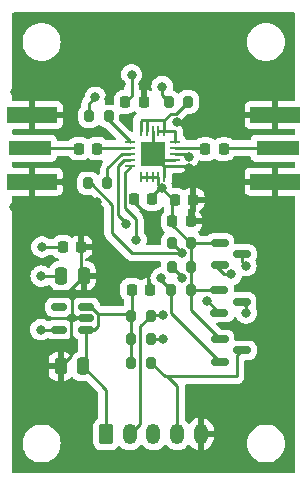
<source format=gbr>
%TF.GenerationSoftware,KiCad,Pcbnew,(6.0.1)*%
%TF.CreationDate,2022-02-11T18:20:56+00:00*%
%TF.ProjectId,PE4302,50453433-3032-42e6-9b69-6361645f7063,rev?*%
%TF.SameCoordinates,Original*%
%TF.FileFunction,Copper,L1,Top*%
%TF.FilePolarity,Positive*%
%FSLAX46Y46*%
G04 Gerber Fmt 4.6, Leading zero omitted, Abs format (unit mm)*
G04 Created by KiCad (PCBNEW (6.0.1)) date 2022-02-11 18:20:56*
%MOMM*%
%LPD*%
G01*
G04 APERTURE LIST*
G04 Aperture macros list*
%AMRoundRect*
0 Rectangle with rounded corners*
0 $1 Rounding radius*
0 $2 $3 $4 $5 $6 $7 $8 $9 X,Y pos of 4 corners*
0 Add a 4 corners polygon primitive as box body*
4,1,4,$2,$3,$4,$5,$6,$7,$8,$9,$2,$3,0*
0 Add four circle primitives for the rounded corners*
1,1,$1+$1,$2,$3*
1,1,$1+$1,$4,$5*
1,1,$1+$1,$6,$7*
1,1,$1+$1,$8,$9*
0 Add four rect primitives between the rounded corners*
20,1,$1+$1,$2,$3,$4,$5,0*
20,1,$1+$1,$4,$5,$6,$7,0*
20,1,$1+$1,$6,$7,$8,$9,0*
20,1,$1+$1,$8,$9,$2,$3,0*%
G04 Aperture macros list end*
%TA.AperFunction,SMDPad,CuDef*%
%ADD10R,3.600000X1.270000*%
%TD*%
%TA.AperFunction,SMDPad,CuDef*%
%ADD11R,4.200000X1.350000*%
%TD*%
%TA.AperFunction,ComponentPad*%
%ADD12RoundRect,0.250000X-0.350000X-0.625000X0.350000X-0.625000X0.350000X0.625000X-0.350000X0.625000X0*%
%TD*%
%TA.AperFunction,ComponentPad*%
%ADD13O,1.200000X1.750000*%
%TD*%
%TA.AperFunction,SMDPad,CuDef*%
%ADD14RoundRect,0.150000X0.512500X0.150000X-0.512500X0.150000X-0.512500X-0.150000X0.512500X-0.150000X0*%
%TD*%
%TA.AperFunction,SMDPad,CuDef*%
%ADD15RoundRect,0.200000X-0.200000X-0.275000X0.200000X-0.275000X0.200000X0.275000X-0.200000X0.275000X0*%
%TD*%
%TA.AperFunction,SMDPad,CuDef*%
%ADD16RoundRect,0.200000X0.200000X0.275000X-0.200000X0.275000X-0.200000X-0.275000X0.200000X-0.275000X0*%
%TD*%
%TA.AperFunction,SMDPad,CuDef*%
%ADD17RoundRect,0.250000X-0.250000X-0.475000X0.250000X-0.475000X0.250000X0.475000X-0.250000X0.475000X0*%
%TD*%
%TA.AperFunction,SMDPad,CuDef*%
%ADD18RoundRect,0.225000X0.225000X0.250000X-0.225000X0.250000X-0.225000X-0.250000X0.225000X-0.250000X0*%
%TD*%
%TA.AperFunction,SMDPad,CuDef*%
%ADD19RoundRect,0.225000X-0.225000X-0.250000X0.225000X-0.250000X0.225000X0.250000X-0.225000X0.250000X0*%
%TD*%
%TA.AperFunction,SMDPad,CuDef*%
%ADD20RoundRect,0.150000X-0.587500X-0.150000X0.587500X-0.150000X0.587500X0.150000X-0.587500X0.150000X0*%
%TD*%
%TA.AperFunction,SMDPad,CuDef*%
%ADD21RoundRect,0.062500X-0.350000X-0.062500X0.350000X-0.062500X0.350000X0.062500X-0.350000X0.062500X0*%
%TD*%
%TA.AperFunction,SMDPad,CuDef*%
%ADD22RoundRect,0.062500X-0.062500X-0.350000X0.062500X-0.350000X0.062500X0.350000X-0.062500X0.350000X0*%
%TD*%
%TA.AperFunction,SMDPad,CuDef*%
%ADD23R,2.000000X2.000000*%
%TD*%
%TA.AperFunction,SMDPad,CuDef*%
%ADD24RoundRect,0.250000X0.250000X0.475000X-0.250000X0.475000X-0.250000X-0.475000X0.250000X-0.475000X0*%
%TD*%
%TA.AperFunction,ViaPad*%
%ADD25C,0.800000*%
%TD*%
%TA.AperFunction,Conductor*%
%ADD26C,0.293000*%
%TD*%
%TA.AperFunction,Conductor*%
%ADD27C,0.250000*%
%TD*%
G04 APERTURE END LIST*
D10*
%TO.P,J2,1,In*%
%TO.N,Net-(C2-Pad1)*%
X123000000Y-112000000D03*
D11*
%TO.P,J2,2,Ext*%
%TO.N,GND*%
X122800000Y-114825000D03*
X122800000Y-109175000D03*
%TD*%
D12*
%TO.P,J3,1,Pin_1*%
%TO.N,VDC*%
X108471200Y-136203600D03*
D13*
%TO.P,J3,2,Pin_2*%
%TO.N,Net-(J3-Pad2)*%
X110471200Y-136203600D03*
%TO.P,J3,3,Pin_3*%
%TO.N,Net-(J3-Pad3)*%
X112471200Y-136203600D03*
%TO.P,J3,4,Pin_4*%
%TO.N,Net-(J3-Pad4)*%
X114471200Y-136203600D03*
%TO.P,J3,5,Pin_5*%
%TO.N,GND*%
X116471200Y-136203600D03*
%TD*%
D14*
%TO.P,U2,1,IN*%
%TO.N,VDC*%
X106753000Y-127355600D03*
%TO.P,U2,2,GND*%
%TO.N,GND*%
X106753000Y-126405600D03*
%TO.P,U2,3,EN*%
%TO.N,VDC*%
X106753000Y-125455600D03*
%TO.P,U2,4,NC*%
%TO.N,unconnected-(U2-Pad4)*%
X104478000Y-125455600D03*
%TO.P,U2,5,OUT*%
%TO.N,VCC*%
X104478000Y-127355600D03*
%TD*%
D15*
%TO.P,R9,1*%
%TO.N,VCC*%
X113754400Y-108077000D03*
%TO.P,R9,2*%
%TO.N,Net-(R9-Pad2)*%
X115404400Y-108077000D03*
%TD*%
D16*
%TO.P,R1,1*%
%TO.N,Net-(J3-Pad4)*%
X112257100Y-130164800D03*
%TO.P,R1,2*%
%TO.N,VDC*%
X110607100Y-130164800D03*
%TD*%
D15*
%TO.P,R5,1*%
%TO.N,Net-(Q2-Pad2)*%
X114008400Y-122072400D03*
%TO.P,R5,2*%
%TO.N,VCC*%
X115658400Y-122072400D03*
%TD*%
D17*
%TO.P,C3,1*%
%TO.N,GND*%
X104602300Y-130469600D03*
%TO.P,C3,2*%
%TO.N,VDC*%
X106502300Y-130469600D03*
%TD*%
D10*
%TO.P,J1,1,In*%
%TO.N,Net-(C1-Pad2)*%
X102000000Y-112000000D03*
D11*
%TO.P,J1,2,Ext*%
%TO.N,GND*%
X102200000Y-109175000D03*
X102200000Y-114825000D03*
%TD*%
D15*
%TO.P,R4,1*%
%TO.N,Net-(Q1-Pad2)*%
X113983000Y-123977400D03*
%TO.P,R4,2*%
%TO.N,VCC*%
X115633000Y-123977400D03*
%TD*%
D18*
%TO.P,C9,1*%
%TO.N,GND*%
X106339700Y-120360400D03*
%TO.P,C9,2*%
%TO.N,VCC*%
X104789700Y-120360400D03*
%TD*%
%TO.P,C1,1*%
%TO.N,Net-(C1-Pad1)*%
X107709000Y-112039400D03*
%TO.P,C1,2*%
%TO.N,Net-(C1-Pad2)*%
X106159000Y-112039400D03*
%TD*%
D15*
%TO.P,R6,1*%
%TO.N,Net-(Q3-Pad2)*%
X114008400Y-120065800D03*
%TO.P,R6,2*%
%TO.N,VCC*%
X115658400Y-120065800D03*
%TD*%
D18*
%TO.P,C6,1*%
%TO.N,VCC*%
X112382600Y-116306600D03*
%TO.P,C6,2*%
%TO.N,GND*%
X110832600Y-116306600D03*
%TD*%
D19*
%TO.P,C8,1*%
%TO.N,VCC*%
X110096000Y-108077000D03*
%TO.P,C8,2*%
%TO.N,GND*%
X111646000Y-108077000D03*
%TD*%
D20*
%TO.P,Q2,1,G*%
%TO.N,VCC*%
X118061500Y-124043400D03*
%TO.P,Q2,2,S*%
%TO.N,Net-(Q2-Pad2)*%
X118061500Y-125943400D03*
%TO.P,Q2,3,D*%
%TO.N,Net-(J3-Pad3)*%
X119936500Y-124993400D03*
%TD*%
D16*
%TO.P,R3,1*%
%TO.N,Net-(J3-Pad2)*%
X112234000Y-126166800D03*
%TO.P,R3,2*%
%TO.N,VDC*%
X110584000Y-126166800D03*
%TD*%
%TO.P,R7,1*%
%TO.N,Net-(R7-Pad1)*%
X108571800Y-114960400D03*
%TO.P,R7,2*%
%TO.N,Net-(Q3-Pad2)*%
X106921800Y-114960400D03*
%TD*%
D15*
%TO.P,R8,1*%
%TO.N,VCC*%
X107023400Y-109296200D03*
%TO.P,R8,2*%
%TO.N,Net-(R8-Pad2)*%
X108673400Y-109296200D03*
%TD*%
D21*
%TO.P,U1,1,C16*%
%TO.N,Net-(R8-Pad2)*%
X110457500Y-111471200D03*
%TO.P,U1,2,RF1*%
%TO.N,Net-(C1-Pad1)*%
X110457500Y-111971200D03*
%TO.P,U1,3,Data*%
%TO.N,Net-(R7-Pad1)*%
X110457500Y-112471200D03*
%TO.P,U1,4,Clock*%
%TO.N,Net-(Q2-Pad2)*%
X110457500Y-112971200D03*
%TO.P,U1,5,LE*%
%TO.N,Net-(Q1-Pad2)*%
X110457500Y-113471200D03*
D22*
%TO.P,U1,6,VDD*%
%TO.N,VCC*%
X111395000Y-114408700D03*
%TO.P,U1,7,PUP1*%
X111895000Y-114408700D03*
%TO.P,U1,8,PUP2*%
X112395000Y-114408700D03*
%TO.P,U1,9,VDD*%
X112895000Y-114408700D03*
%TO.P,U1,10,GND*%
%TO.N,GND*%
X113395000Y-114408700D03*
D21*
%TO.P,U1,11,GND*%
X114332500Y-113471200D03*
%TO.P,U1,12,VSS*%
X114332500Y-112971200D03*
%TO.P,U1,13,P/S*%
%TO.N,VCC*%
X114332500Y-112471200D03*
%TO.P,U1,14,RF2*%
%TO.N,Net-(C2-Pad2)*%
X114332500Y-111971200D03*
%TO.P,U1,15,C8*%
%TO.N,Net-(R9-Pad2)*%
X114332500Y-111471200D03*
D22*
%TO.P,U1,16,C4*%
X113395000Y-110533700D03*
%TO.P,U1,17,C2*%
X112895000Y-110533700D03*
%TO.P,U1,18,GND*%
%TO.N,GND*%
X112395000Y-110533700D03*
%TO.P,U1,19,C1*%
%TO.N,Net-(R9-Pad2)*%
X111895000Y-110533700D03*
%TO.P,U1,20,C0.5*%
X111395000Y-110533700D03*
D23*
%TO.P,U1,21,GND*%
%TO.N,GND*%
X112395000Y-112471200D03*
%TD*%
D19*
%TO.P,C5,1*%
%TO.N,VCC*%
X114058400Y-118186200D03*
%TO.P,C5,2*%
%TO.N,GND*%
X115608400Y-118186200D03*
%TD*%
D24*
%TO.P,C4,1*%
%TO.N,GND*%
X106565500Y-122798800D03*
%TO.P,C4,2*%
%TO.N,VCC*%
X104665500Y-122798800D03*
%TD*%
D18*
%TO.P,C2,1*%
%TO.N,Net-(C2-Pad1)*%
X118427800Y-112074800D03*
%TO.P,C2,2*%
%TO.N,Net-(C2-Pad2)*%
X116877800Y-112074800D03*
%TD*%
D19*
%TO.P,C10,1*%
%TO.N,VDC*%
X110629400Y-123977400D03*
%TO.P,C10,2*%
%TO.N,GND*%
X112179400Y-123977400D03*
%TD*%
D20*
%TO.P,Q1,1,G*%
%TO.N,VCC*%
X118086900Y-128163200D03*
%TO.P,Q1,2,S*%
%TO.N,Net-(Q1-Pad2)*%
X118086900Y-130063200D03*
%TO.P,Q1,3,D*%
%TO.N,Net-(J3-Pad4)*%
X119961900Y-129113200D03*
%TD*%
D16*
%TO.P,R2,1*%
%TO.N,Net-(J3-Pad3)*%
X112231700Y-128158200D03*
%TO.P,R2,2*%
%TO.N,VDC*%
X110581700Y-128158200D03*
%TD*%
D20*
%TO.P,Q3,1,G*%
%TO.N,VCC*%
X118086900Y-120009800D03*
%TO.P,Q3,2,S*%
%TO.N,Net-(Q3-Pad2)*%
X118086900Y-121909800D03*
%TO.P,Q3,3,D*%
%TO.N,Net-(J3-Pad2)*%
X119961900Y-120959800D03*
%TD*%
D19*
%TO.P,C7,1*%
%TO.N,VCC*%
X114287000Y-116357400D03*
%TO.P,C7,2*%
%TO.N,GND*%
X115837000Y-116357400D03*
%TD*%
D25*
%TO.N,Net-(J3-Pad2)*%
X113263375Y-126155914D03*
X120294400Y-121945400D03*
%TO.N,Net-(J3-Pad3)*%
X113309400Y-128143000D03*
X120319800Y-125933200D03*
%TO.N,Net-(Q1-Pad2)*%
X110998000Y-119786400D03*
X113131600Y-122986800D03*
%TO.N,Net-(Q3-Pad2)*%
X114875414Y-120887910D03*
X119049800Y-122691400D03*
%TO.N,GND*%
X100761800Y-107238800D03*
X118897400Y-113411000D03*
X116408200Y-114681000D03*
X109702600Y-106553000D03*
X117424200Y-110667800D03*
X122199400Y-116535200D03*
X119684800Y-114782600D03*
X101930200Y-132130800D03*
X106095800Y-107797600D03*
X118338600Y-116560600D03*
X120345200Y-113157000D03*
X104089200Y-116967000D03*
X117017800Y-107848400D03*
X117398800Y-113487200D03*
X103936800Y-107213400D03*
X118795800Y-107492800D03*
X115646200Y-110871000D03*
X122301000Y-107416600D03*
X123875800Y-107391200D03*
X107721400Y-110591600D03*
X106908600Y-133096000D03*
X122885200Y-126009400D03*
X105740200Y-116205000D03*
X112039400Y-117754400D03*
X100685600Y-116941600D03*
X105232200Y-109194600D03*
X120345200Y-116560600D03*
X122783600Y-131876800D03*
X108686600Y-107797600D03*
X118897400Y-110744000D03*
X101676200Y-125196600D03*
X122834400Y-119735600D03*
X107975400Y-122707400D03*
X110134400Y-109601000D03*
X104876600Y-113309400D03*
X116357400Y-133299200D03*
X120675400Y-107442000D03*
X117779800Y-115290600D03*
X102311200Y-107238800D03*
X104800400Y-110845600D03*
X114604800Y-106603800D03*
X116459000Y-109448600D03*
X119684800Y-109220000D03*
X123952000Y-116535200D03*
X118059200Y-109169200D03*
X104978200Y-114858800D03*
X120345200Y-110769400D03*
X101295200Y-119837200D03*
X102362000Y-116967000D03*
X111607600Y-106527600D03*
X107670600Y-116535200D03*
X114445669Y-109809288D03*
X115469078Y-113716362D03*
X105537000Y-126390400D03*
X107670600Y-113411000D03*
%TO.N,VCC*%
X103032600Y-120360400D03*
X102946200Y-127355600D03*
X113174820Y-115401648D03*
X102971600Y-122834400D03*
X107543600Y-107696000D03*
X113207800Y-106781600D03*
X110617000Y-105791000D03*
X115443000Y-112717200D03*
%TO.N,Net-(Q2-Pad2)*%
X114858800Y-122986800D03*
X110109000Y-118389400D03*
X116967000Y-124968000D03*
%TD*%
D26*
%TO.N,VDC*%
X107761520Y-126050142D02*
X110467342Y-126050142D01*
X110629400Y-126121400D02*
X110584000Y-126166800D01*
X110581700Y-130139400D02*
X110607100Y-130164800D01*
X106502300Y-129793878D02*
X106502300Y-130469600D01*
X110629400Y-123977400D02*
X110629400Y-126121400D01*
X110467342Y-126050142D02*
X110584000Y-126166800D01*
X106502300Y-130469600D02*
X106753000Y-130218900D01*
X110584000Y-128155900D02*
X110581700Y-128158200D01*
X107761520Y-126050142D02*
X107761520Y-127036080D01*
X108471200Y-136203600D02*
X108471200Y-132438500D01*
X106753000Y-125455600D02*
X107166978Y-125455600D01*
X107761520Y-127036080D02*
X107442000Y-127355600D01*
X110584000Y-126166800D02*
X110584000Y-128155900D01*
X107442000Y-127355600D02*
X106753000Y-127355600D01*
X106753000Y-130218900D02*
X106753000Y-127355600D01*
X108471200Y-132438500D02*
X106502300Y-130469600D01*
X107166978Y-125455600D02*
X107761520Y-126050142D01*
X110581700Y-128158200D02*
X110581700Y-130139400D01*
D27*
%TO.N,Net-(C1-Pad1)*%
X107777200Y-111971200D02*
X107709000Y-112039400D01*
X110457500Y-111971200D02*
X107777200Y-111971200D01*
D26*
%TO.N,Net-(J3-Pad2)*%
X113263375Y-126155914D02*
X112244886Y-126155914D01*
X112244886Y-126155914D02*
X112234000Y-126166800D01*
X110471200Y-136203600D02*
X111353120Y-135321680D01*
X111353120Y-135321680D02*
X111353120Y-127047680D01*
X119961900Y-121485900D02*
X119961900Y-121612900D01*
X111353120Y-127047680D02*
X112234000Y-126166800D01*
X119961900Y-120959800D02*
X119961900Y-121485900D01*
X119961900Y-121612900D02*
X120294400Y-121945400D01*
%TO.N,Net-(J3-Pad3)*%
X112246900Y-128143000D02*
X112231700Y-128158200D01*
X113309400Y-128143000D02*
X112246900Y-128143000D01*
X120319800Y-125376700D02*
X119936500Y-124993400D01*
X120319800Y-125933200D02*
X120319800Y-125376700D01*
%TO.N,Net-(J3-Pad4)*%
X119961900Y-129113200D02*
X119507000Y-129568100D01*
X113410300Y-131318000D02*
X113639600Y-131318000D01*
X113410300Y-131318000D02*
X112257100Y-130164800D01*
X119507000Y-131318000D02*
X113410300Y-131318000D01*
X113639600Y-131318000D02*
X114471200Y-132149600D01*
X114471200Y-132149600D02*
X114471200Y-136203600D01*
X119507000Y-129568100D02*
X119507000Y-131318000D01*
D27*
%TO.N,Net-(Q1-Pad2)*%
X110457500Y-113646700D02*
X110457500Y-113471200D01*
X110998000Y-118033800D02*
X110058080Y-117093880D01*
X113131600Y-123126000D02*
X113983000Y-123977400D01*
X113131600Y-122986800D02*
X113131600Y-123126000D01*
D26*
X113983000Y-125959300D02*
X113983000Y-123977400D01*
D27*
X110058080Y-117093880D02*
X110058080Y-114046120D01*
X110058080Y-114046120D02*
X110457500Y-113646700D01*
X110998000Y-119786400D02*
X110998000Y-118033800D01*
D26*
X118086900Y-130063200D02*
X113983000Y-125959300D01*
%TO.N,Net-(Q3-Pad2)*%
X114053304Y-120065800D02*
X114008400Y-120065800D01*
X107150820Y-114960400D02*
X106921800Y-114960400D01*
X108966000Y-116775580D02*
X107150820Y-114960400D01*
X110677110Y-120887910D02*
X108966000Y-119176800D01*
X118086900Y-121909800D02*
X117663000Y-121909800D01*
X118444600Y-122691400D02*
X119049800Y-122691400D01*
X108966000Y-119176800D02*
X108966000Y-116775580D01*
X114875414Y-120887910D02*
X110677110Y-120887910D01*
X114875414Y-120887910D02*
X114053304Y-120065800D01*
X117663000Y-121909800D02*
X118444600Y-122691400D01*
%TO.N,Net-(C2-Pad2)*%
X116774200Y-111971200D02*
X116877800Y-112074800D01*
X114332500Y-111971200D02*
X116774200Y-111971200D01*
D27*
%TO.N,Net-(R7-Pad1)*%
X110457500Y-112471200D02*
X109804200Y-112471200D01*
X108571800Y-113703600D02*
X108571800Y-114960400D01*
X109804200Y-112471200D02*
X108571800Y-113703600D01*
%TO.N,Net-(R8-Pad2)*%
X110457500Y-111397300D02*
X108673400Y-109613200D01*
X108673400Y-109613200D02*
X108673400Y-109296200D01*
X110457500Y-111471200D02*
X110457500Y-111397300D01*
D26*
%TO.N,Net-(R9-Pad2)*%
X111887000Y-109575600D02*
X111895000Y-109583600D01*
X111395000Y-110533700D02*
X111395000Y-109661200D01*
X113395000Y-110533700D02*
X114267500Y-110533700D01*
X113395000Y-109610400D02*
X113395000Y-110533700D01*
X111480600Y-109575600D02*
X111887000Y-109575600D01*
X111895000Y-109583600D02*
X113368200Y-109583600D01*
X113395000Y-109610400D02*
X113942123Y-109063277D01*
X111895000Y-109583600D02*
X111895000Y-110533700D01*
X114267500Y-110533700D02*
X114332500Y-110598700D01*
X112895000Y-110533700D02*
X113395000Y-110533700D01*
X113368200Y-109583600D02*
X113395000Y-109610400D01*
X114332500Y-110598700D02*
X114332500Y-111471200D01*
X113942123Y-109063277D02*
X114418123Y-109063277D01*
X111395000Y-109661200D02*
X111480600Y-109575600D01*
X114418123Y-109063277D02*
X115404400Y-108077000D01*
%TO.N,GND*%
X112895000Y-112971200D02*
X112395000Y-112471200D01*
X110832600Y-116547600D02*
X112039400Y-117754400D01*
X106339700Y-120360400D02*
X106339700Y-122573000D01*
X104602300Y-130469600D02*
X105486520Y-129585380D01*
X105537000Y-123827300D02*
X105537000Y-126390400D01*
X115837000Y-117957600D02*
X115608400Y-118186200D01*
X114332500Y-112971200D02*
X112895000Y-112971200D01*
X114332500Y-113471200D02*
X115223916Y-113471200D01*
X105486520Y-126440880D02*
X105537000Y-126390400D01*
X106753000Y-126405600D02*
X105552200Y-126405600D01*
X115223916Y-113471200D02*
X115469078Y-113716362D01*
X115837000Y-116357400D02*
X115837000Y-117957600D01*
X106565500Y-122798800D02*
X105537000Y-123827300D01*
X114332500Y-113471200D02*
X113395000Y-113471200D01*
X110832600Y-116306600D02*
X110832600Y-116547600D01*
X113395000Y-113471200D02*
X112395000Y-112471200D01*
X112395000Y-110533700D02*
X112395000Y-112471200D01*
X106339700Y-122573000D02*
X106565500Y-122798800D01*
X105552200Y-126405600D02*
X105537000Y-126390400D01*
X105486520Y-129585380D02*
X105486520Y-126440880D01*
X113395000Y-114408700D02*
X113395000Y-113471200D01*
%TO.N,VCC*%
X115633000Y-125709300D02*
X118086900Y-128163200D01*
X113174820Y-115401648D02*
X114130572Y-116357400D01*
X114058400Y-118186200D02*
X114058400Y-116586000D01*
X104789700Y-120360400D02*
X103032600Y-120360400D01*
X115658400Y-122072400D02*
X115658400Y-123952000D01*
X103149400Y-127355600D02*
X102946200Y-127355600D01*
X117995500Y-123977400D02*
X118061500Y-124043400D01*
X112895000Y-115121828D02*
X112895000Y-114408700D01*
X115633000Y-123977400D02*
X115633000Y-125709300D01*
X113174820Y-115401648D02*
X112995152Y-115401648D01*
X114058400Y-116586000D02*
X114287000Y-116357400D01*
X114130572Y-116357400D02*
X114287000Y-116357400D01*
X112995152Y-115401648D02*
X112382600Y-116014200D01*
X115658400Y-123952000D02*
X115633000Y-123977400D01*
X113207800Y-107530400D02*
X113754400Y-108077000D01*
X111895000Y-114408700D02*
X112395000Y-114408700D01*
X112382600Y-116014200D02*
X112382600Y-116306600D01*
X115658400Y-120065800D02*
X115658400Y-122072400D01*
X114058400Y-118465800D02*
X115658400Y-120065800D01*
X104478000Y-127355600D02*
X103149400Y-127355600D01*
X110096000Y-108077000D02*
X110617000Y-107556000D01*
X103007200Y-122798800D02*
X102971600Y-122834400D01*
X118030900Y-120065800D02*
X118086900Y-120009800D01*
X115633000Y-123977400D02*
X117995500Y-123977400D01*
X111395000Y-114408700D02*
X111895000Y-114408700D01*
X115443000Y-112717200D02*
X115366800Y-112641000D01*
X115366800Y-112641000D02*
X115366800Y-112471200D01*
X115658400Y-120065800D02*
X118030900Y-120065800D01*
X110617000Y-107556000D02*
X110617000Y-105791000D01*
X114058400Y-118186200D02*
X114058400Y-118465800D01*
X112395000Y-114408700D02*
X112895000Y-114408700D01*
X113207800Y-106781600D02*
X113207800Y-107530400D01*
X104665500Y-122798800D02*
X103007200Y-122798800D01*
X115366800Y-112471200D02*
X114332500Y-112471200D01*
X113174820Y-115401648D02*
X112895000Y-115121828D01*
X107023400Y-109296200D02*
X107023400Y-108216200D01*
X107023400Y-108216200D02*
X107543600Y-107696000D01*
D27*
%TO.N,Net-(C1-Pad2)*%
X106159000Y-112039400D02*
X106119600Y-112000000D01*
X106119600Y-112000000D02*
X102000000Y-112000000D01*
D26*
%TO.N,Net-(C2-Pad1)*%
X118502600Y-112000000D02*
X123000000Y-112000000D01*
X118427800Y-112074800D02*
X118502600Y-112000000D01*
D27*
%TO.N,Net-(Q2-Pad2)*%
X109499400Y-117652800D02*
X110083600Y-118237000D01*
X109499400Y-113469472D02*
X109499400Y-117652800D01*
X110109000Y-118262400D02*
X110109000Y-118389400D01*
X114858800Y-122986800D02*
X114858800Y-122922800D01*
X110457500Y-112971200D02*
X109997672Y-112971200D01*
X117086100Y-124968000D02*
X118061500Y-125943400D01*
X110083600Y-118237000D02*
X110109000Y-118262400D01*
X109997672Y-112971200D02*
X109499400Y-113469472D01*
X116967000Y-124968000D02*
X117086100Y-124968000D01*
X114858800Y-122922800D02*
X114008400Y-122072400D01*
%TD*%
%TA.AperFunction,Conductor*%
%TO.N,GND*%
G36*
X105282242Y-112653502D02*
G01*
X105321264Y-112693196D01*
X105355248Y-112748113D01*
X105476298Y-112868952D01*
X105482528Y-112872792D01*
X105482529Y-112872793D01*
X105538682Y-112907406D01*
X105621899Y-112958702D01*
X105784243Y-113012549D01*
X105791080Y-113013249D01*
X105791082Y-113013250D01*
X105832401Y-113017483D01*
X105885268Y-113022900D01*
X106432732Y-113022900D01*
X106435978Y-113022563D01*
X106435982Y-113022563D01*
X106470083Y-113019025D01*
X106535019Y-113012287D01*
X106598581Y-112991081D01*
X106690324Y-112960473D01*
X106690326Y-112960472D01*
X106697268Y-112958156D01*
X106725086Y-112940942D01*
X106836487Y-112872005D01*
X106836488Y-112872004D01*
X106842713Y-112868152D01*
X106847886Y-112862970D01*
X106853620Y-112858425D01*
X106855142Y-112860345D01*
X106907206Y-112831855D01*
X106978026Y-112836856D01*
X107014552Y-112860282D01*
X107015372Y-112859243D01*
X107021118Y-112863781D01*
X107026298Y-112868952D01*
X107032528Y-112872792D01*
X107032529Y-112872793D01*
X107088682Y-112907406D01*
X107171899Y-112958702D01*
X107334243Y-113012549D01*
X107341080Y-113013249D01*
X107341082Y-113013250D01*
X107382401Y-113017483D01*
X107435268Y-113022900D01*
X107982732Y-113022900D01*
X107985976Y-113022563D01*
X107985984Y-113022563D01*
X108044457Y-113016496D01*
X108114278Y-113029361D01*
X108166060Y-113077932D01*
X108183362Y-113146788D01*
X108160691Y-113214068D01*
X108149311Y-113228075D01*
X108118158Y-113261250D01*
X108115402Y-113264093D01*
X108095665Y-113283830D01*
X108093185Y-113287027D01*
X108085482Y-113296047D01*
X108055214Y-113328279D01*
X108051395Y-113335225D01*
X108051393Y-113335228D01*
X108045452Y-113346034D01*
X108034601Y-113362553D01*
X108022186Y-113378559D01*
X108019041Y-113385828D01*
X108019038Y-113385832D01*
X108004626Y-113419137D01*
X107999409Y-113429787D01*
X107978105Y-113468540D01*
X107976134Y-113476215D01*
X107976134Y-113476216D01*
X107973067Y-113488162D01*
X107966663Y-113506866D01*
X107962711Y-113516000D01*
X107958619Y-113525455D01*
X107957380Y-113533278D01*
X107957377Y-113533288D01*
X107951701Y-113569124D01*
X107949295Y-113580744D01*
X107947595Y-113587366D01*
X107938300Y-113623570D01*
X107938300Y-113643824D01*
X107936749Y-113663534D01*
X107933580Y-113683543D01*
X107934326Y-113691435D01*
X107937741Y-113727561D01*
X107938300Y-113739419D01*
X107938300Y-114064690D01*
X107918298Y-114132811D01*
X107901395Y-114153785D01*
X107835895Y-114219285D01*
X107773583Y-114253311D01*
X107702768Y-114248246D01*
X107657705Y-114219285D01*
X107562181Y-114123761D01*
X107415499Y-114034928D01*
X107408252Y-114032657D01*
X107408250Y-114032656D01*
X107341964Y-114011883D01*
X107251862Y-113983647D01*
X107178435Y-113976900D01*
X107175537Y-113976900D01*
X106921135Y-113976901D01*
X106665166Y-113976901D01*
X106662308Y-113977164D01*
X106662299Y-113977164D01*
X106626796Y-113980426D01*
X106591738Y-113983647D01*
X106585360Y-113985646D01*
X106585359Y-113985646D01*
X106435350Y-114032656D01*
X106435348Y-114032657D01*
X106428101Y-114034928D01*
X106281419Y-114123761D01*
X106160161Y-114245019D01*
X106071328Y-114391701D01*
X106069057Y-114398948D01*
X106069056Y-114398950D01*
X106048283Y-114465236D01*
X106020047Y-114555338D01*
X106013300Y-114628765D01*
X106013301Y-115292034D01*
X106020047Y-115365462D01*
X106022046Y-115371840D01*
X106022046Y-115371841D01*
X106026856Y-115387188D01*
X106071328Y-115529099D01*
X106160161Y-115675781D01*
X106281419Y-115797039D01*
X106428101Y-115885872D01*
X106435348Y-115888143D01*
X106435350Y-115888144D01*
X106495019Y-115906843D01*
X106591738Y-115937153D01*
X106665165Y-115943900D01*
X106723467Y-115943900D01*
X107155819Y-115943899D01*
X107223940Y-115963901D01*
X107244914Y-115980804D01*
X108274095Y-117009985D01*
X108308121Y-117072297D01*
X108311000Y-117099080D01*
X108311000Y-119095210D01*
X108310446Y-119106966D01*
X108308724Y-119114669D01*
X108308973Y-119122595D01*
X108308973Y-119122596D01*
X108310938Y-119185123D01*
X108311000Y-119189081D01*
X108311000Y-119218009D01*
X108311496Y-119221934D01*
X108311496Y-119221937D01*
X108311548Y-119222346D01*
X108312480Y-119234182D01*
X108313922Y-119280079D01*
X108316135Y-119287696D01*
X108319860Y-119300518D01*
X108323869Y-119319876D01*
X108326536Y-119340987D01*
X108343441Y-119383686D01*
X108347279Y-119394898D01*
X108354901Y-119421129D01*
X108360093Y-119438999D01*
X108370928Y-119457320D01*
X108379622Y-119475068D01*
X108387457Y-119494857D01*
X108392118Y-119501272D01*
X108414445Y-119532002D01*
X108420964Y-119541926D01*
X108433597Y-119563287D01*
X108444335Y-119581445D01*
X108459378Y-119596488D01*
X108472219Y-119611521D01*
X108484731Y-119628742D01*
X108512467Y-119651687D01*
X108520110Y-119658010D01*
X108528890Y-119666000D01*
X110156261Y-121293371D01*
X110164187Y-121302081D01*
X110168413Y-121308741D01*
X110214099Y-121351643D01*
X110219796Y-121356993D01*
X110222638Y-121359748D01*
X110243094Y-121380204D01*
X110246219Y-121382628D01*
X110246221Y-121382630D01*
X110246554Y-121382888D01*
X110255579Y-121390597D01*
X110283269Y-121416599D01*
X110283272Y-121416601D01*
X110289051Y-121422028D01*
X110295995Y-121425846D01*
X110295997Y-121425847D01*
X110307697Y-121432279D01*
X110324220Y-121443132D01*
X110341038Y-121456177D01*
X110348309Y-121459323D01*
X110348308Y-121459323D01*
X110383182Y-121474415D01*
X110393828Y-121479630D01*
X110434072Y-121501754D01*
X110441749Y-121503725D01*
X110441754Y-121503727D01*
X110454679Y-121507045D01*
X110473388Y-121513450D01*
X110492919Y-121521902D01*
X110500743Y-121523141D01*
X110500746Y-121523142D01*
X110522532Y-121526592D01*
X110538279Y-121529086D01*
X110549887Y-121531490D01*
X110580508Y-121539352D01*
X110586687Y-121540939D01*
X110586688Y-121540939D01*
X110594364Y-121542910D01*
X110615644Y-121542910D01*
X110635354Y-121544461D01*
X110656373Y-121547790D01*
X110664265Y-121547044D01*
X110702084Y-121543469D01*
X110713942Y-121542910D01*
X112979972Y-121542910D01*
X113048093Y-121562912D01*
X113094586Y-121616568D01*
X113105443Y-121680439D01*
X113099900Y-121740765D01*
X113099901Y-121898853D01*
X113099901Y-121962707D01*
X113079899Y-122030828D01*
X113026244Y-122077321D01*
X113000098Y-122085955D01*
X112948840Y-122096850D01*
X112849312Y-122118006D01*
X112843282Y-122120691D01*
X112843281Y-122120691D01*
X112680878Y-122192997D01*
X112680876Y-122192998D01*
X112674848Y-122195682D01*
X112520347Y-122307934D01*
X112515926Y-122312844D01*
X112515925Y-122312845D01*
X112507071Y-122322679D01*
X112392560Y-122449856D01*
X112297073Y-122615244D01*
X112238058Y-122796872D01*
X112237368Y-122803433D01*
X112237368Y-122803435D01*
X112234804Y-122827835D01*
X112218096Y-122986800D01*
X112218786Y-122993365D01*
X112236492Y-123161824D01*
X112238058Y-123176728D01*
X112297073Y-123358356D01*
X112300376Y-123364078D01*
X112300377Y-123364079D01*
X112337664Y-123428661D01*
X112392560Y-123523744D01*
X112396978Y-123528651D01*
X112396979Y-123528652D01*
X112401034Y-123533155D01*
X112431753Y-123597161D01*
X112433400Y-123617468D01*
X112433400Y-124105400D01*
X112413398Y-124173521D01*
X112359742Y-124220014D01*
X112307400Y-124231400D01*
X112051400Y-124231400D01*
X111983279Y-124211398D01*
X111936786Y-124157742D01*
X111925400Y-124105400D01*
X111925400Y-123012515D01*
X111920925Y-122997276D01*
X111919535Y-122996071D01*
X111911852Y-122994400D01*
X111908962Y-122994400D01*
X111902447Y-122994737D01*
X111810343Y-123004294D01*
X111796944Y-123007188D01*
X111648293Y-123056781D01*
X111635114Y-123062955D01*
X111502227Y-123145188D01*
X111485089Y-123158771D01*
X111483559Y-123156841D01*
X111431520Y-123185303D01*
X111360701Y-123180287D01*
X111323783Y-123156601D01*
X111323028Y-123157557D01*
X111317282Y-123153019D01*
X111312102Y-123147848D01*
X111174382Y-123062956D01*
X111172731Y-123061938D01*
X111172729Y-123061937D01*
X111166501Y-123058098D01*
X111004157Y-123004251D01*
X110997320Y-123003551D01*
X110997318Y-123003550D01*
X110955999Y-122999317D01*
X110903132Y-122993900D01*
X110355668Y-122993900D01*
X110352422Y-122994237D01*
X110352418Y-122994237D01*
X110323130Y-122997276D01*
X110253381Y-123004513D01*
X110246840Y-123006695D01*
X110246841Y-123006695D01*
X110098076Y-123056327D01*
X110098074Y-123056328D01*
X110091132Y-123058644D01*
X110084908Y-123062496D01*
X110084907Y-123062496D01*
X110071302Y-123070915D01*
X109945687Y-123148648D01*
X109940514Y-123153830D01*
X109917656Y-123176728D01*
X109824848Y-123269698D01*
X109821008Y-123275928D01*
X109821007Y-123275929D01*
X109766671Y-123364079D01*
X109735098Y-123415299D01*
X109681251Y-123577643D01*
X109680551Y-123584480D01*
X109680550Y-123584482D01*
X109676743Y-123621637D01*
X109670900Y-123678668D01*
X109670900Y-124276132D01*
X109681513Y-124378419D01*
X109683695Y-124384959D01*
X109700922Y-124436593D01*
X109735644Y-124540668D01*
X109825648Y-124686113D01*
X109902184Y-124762515D01*
X109937418Y-124797688D01*
X109971497Y-124859970D01*
X109974400Y-124886861D01*
X109974400Y-125247190D01*
X109954398Y-125315311D01*
X109937495Y-125336285D01*
X109915543Y-125358237D01*
X109853231Y-125392263D01*
X109826448Y-125395142D01*
X108085020Y-125395142D01*
X108016899Y-125375140D01*
X107995925Y-125358237D01*
X107960702Y-125323014D01*
X107926676Y-125260702D01*
X107924000Y-125239699D01*
X107924000Y-125239098D01*
X107922830Y-125224233D01*
X107921567Y-125208179D01*
X107921566Y-125208174D01*
X107921062Y-125201769D01*
X107874645Y-125041999D01*
X107836737Y-124977900D01*
X107793991Y-124905620D01*
X107793989Y-124905617D01*
X107789953Y-124898793D01*
X107672307Y-124781147D01*
X107665483Y-124777111D01*
X107665480Y-124777109D01*
X107535927Y-124700492D01*
X107535928Y-124700492D01*
X107529101Y-124696455D01*
X107521490Y-124694244D01*
X107521488Y-124694243D01*
X107467505Y-124678560D01*
X107369331Y-124650038D01*
X107362926Y-124649534D01*
X107362921Y-124649533D01*
X107334458Y-124647293D01*
X107334450Y-124647293D01*
X107332002Y-124647100D01*
X106173998Y-124647100D01*
X106171550Y-124647293D01*
X106171542Y-124647293D01*
X106143079Y-124649533D01*
X106143074Y-124649534D01*
X106136669Y-124650038D01*
X106038495Y-124678560D01*
X105984512Y-124694243D01*
X105984510Y-124694244D01*
X105976899Y-124696455D01*
X105970072Y-124700492D01*
X105970073Y-124700492D01*
X105840520Y-124777109D01*
X105840517Y-124777111D01*
X105833693Y-124781147D01*
X105716047Y-124898793D01*
X105713794Y-124902602D01*
X105657504Y-124943255D01*
X105586612Y-124947106D01*
X105524891Y-124912018D01*
X105518224Y-124904324D01*
X105514953Y-124898793D01*
X105397307Y-124781147D01*
X105390483Y-124777111D01*
X105390480Y-124777109D01*
X105260927Y-124700492D01*
X105260928Y-124700492D01*
X105254101Y-124696455D01*
X105246490Y-124694244D01*
X105246488Y-124694243D01*
X105192505Y-124678560D01*
X105094331Y-124650038D01*
X105087926Y-124649534D01*
X105087921Y-124649533D01*
X105059458Y-124647293D01*
X105059450Y-124647293D01*
X105057002Y-124647100D01*
X103898998Y-124647100D01*
X103896550Y-124647293D01*
X103896542Y-124647293D01*
X103868079Y-124649533D01*
X103868074Y-124649534D01*
X103861669Y-124650038D01*
X103763495Y-124678560D01*
X103709512Y-124694243D01*
X103709510Y-124694244D01*
X103701899Y-124696455D01*
X103695072Y-124700492D01*
X103695073Y-124700492D01*
X103565520Y-124777109D01*
X103565517Y-124777111D01*
X103558693Y-124781147D01*
X103441047Y-124898793D01*
X103437011Y-124905617D01*
X103437009Y-124905620D01*
X103394263Y-124977900D01*
X103356355Y-125041999D01*
X103309938Y-125201769D01*
X103309434Y-125208174D01*
X103309433Y-125208179D01*
X103307193Y-125236642D01*
X103307000Y-125239098D01*
X103307000Y-125672102D01*
X103309938Y-125709431D01*
X103356355Y-125869201D01*
X103360392Y-125876027D01*
X103437009Y-126005580D01*
X103437011Y-126005583D01*
X103441047Y-126012407D01*
X103558693Y-126130053D01*
X103565517Y-126134089D01*
X103565520Y-126134091D01*
X103624797Y-126169147D01*
X103701899Y-126214745D01*
X103709510Y-126216956D01*
X103709512Y-126216957D01*
X103761731Y-126232128D01*
X103861669Y-126261162D01*
X103868074Y-126261666D01*
X103868079Y-126261667D01*
X103896542Y-126263907D01*
X103896550Y-126263907D01*
X103898998Y-126264100D01*
X105057002Y-126264100D01*
X105059450Y-126263907D01*
X105059458Y-126263907D01*
X105087921Y-126261667D01*
X105087926Y-126261666D01*
X105094331Y-126261162D01*
X105194269Y-126232128D01*
X105246488Y-126216957D01*
X105246490Y-126216956D01*
X105254101Y-126214745D01*
X105397307Y-126130053D01*
X105402916Y-126124444D01*
X105408386Y-126120201D01*
X105474471Y-126094254D01*
X105544094Y-126108155D01*
X105585616Y-126146046D01*
X105597870Y-126151600D01*
X105835658Y-126151600D01*
X105899797Y-126169147D01*
X105976899Y-126214745D01*
X105984510Y-126216956D01*
X105984512Y-126216957D01*
X106036731Y-126232128D01*
X106136669Y-126261162D01*
X106143074Y-126261666D01*
X106143079Y-126261667D01*
X106171542Y-126263907D01*
X106171550Y-126263907D01*
X106173998Y-126264100D01*
X106881000Y-126264100D01*
X106949121Y-126284102D01*
X106995614Y-126337758D01*
X107007000Y-126390100D01*
X107007000Y-126421100D01*
X106986998Y-126489221D01*
X106933342Y-126535714D01*
X106881000Y-126547100D01*
X106173998Y-126547100D01*
X106171550Y-126547293D01*
X106171542Y-126547293D01*
X106143079Y-126549533D01*
X106143074Y-126549534D01*
X106136669Y-126550038D01*
X106036731Y-126579072D01*
X105984512Y-126594243D01*
X105984510Y-126594244D01*
X105976899Y-126596455D01*
X105970072Y-126600492D01*
X105970073Y-126600492D01*
X105899797Y-126642053D01*
X105835658Y-126659600D01*
X105603622Y-126659600D01*
X105588384Y-126664074D01*
X105580232Y-126673482D01*
X105520506Y-126711866D01*
X105449510Y-126711866D01*
X105407780Y-126690529D01*
X105402915Y-126686755D01*
X105397307Y-126681147D01*
X105390483Y-126677111D01*
X105390480Y-126677109D01*
X105260927Y-126600492D01*
X105260928Y-126600492D01*
X105254101Y-126596455D01*
X105246490Y-126594244D01*
X105246488Y-126594243D01*
X105194269Y-126579072D01*
X105094331Y-126550038D01*
X105087926Y-126549534D01*
X105087921Y-126549533D01*
X105059458Y-126547293D01*
X105059450Y-126547293D01*
X105057002Y-126547100D01*
X103898998Y-126547100D01*
X103896550Y-126547293D01*
X103896542Y-126547293D01*
X103868079Y-126549533D01*
X103868074Y-126549534D01*
X103861669Y-126550038D01*
X103761731Y-126579072D01*
X103709512Y-126594243D01*
X103709510Y-126594244D01*
X103701899Y-126596455D01*
X103695072Y-126600492D01*
X103695073Y-126600492D01*
X103632599Y-126637439D01*
X103563783Y-126654899D01*
X103494399Y-126630922D01*
X103408294Y-126568363D01*
X103408293Y-126568362D01*
X103402952Y-126564482D01*
X103396924Y-126561798D01*
X103396922Y-126561797D01*
X103234519Y-126489491D01*
X103234518Y-126489491D01*
X103228488Y-126486806D01*
X103123199Y-126464426D01*
X103048144Y-126448472D01*
X103048139Y-126448472D01*
X103041687Y-126447100D01*
X102850713Y-126447100D01*
X102844261Y-126448472D01*
X102844256Y-126448472D01*
X102769201Y-126464426D01*
X102663912Y-126486806D01*
X102657882Y-126489491D01*
X102657881Y-126489491D01*
X102495478Y-126561797D01*
X102495476Y-126561798D01*
X102489448Y-126564482D01*
X102334947Y-126676734D01*
X102330526Y-126681644D01*
X102330525Y-126681645D01*
X102222163Y-126801994D01*
X102207160Y-126818656D01*
X102111673Y-126984044D01*
X102052658Y-127165672D01*
X102051968Y-127172233D01*
X102051968Y-127172235D01*
X102037777Y-127307257D01*
X102032696Y-127355600D01*
X102052658Y-127545528D01*
X102111673Y-127727156D01*
X102114976Y-127732878D01*
X102114977Y-127732879D01*
X102135948Y-127769201D01*
X102207160Y-127892544D01*
X102211578Y-127897451D01*
X102211579Y-127897452D01*
X102267569Y-127959635D01*
X102334947Y-128034466D01*
X102365163Y-128056419D01*
X102475295Y-128136435D01*
X102489448Y-128146718D01*
X102495476Y-128149402D01*
X102495478Y-128149403D01*
X102561281Y-128178700D01*
X102663912Y-128224394D01*
X102757312Y-128244247D01*
X102844256Y-128262728D01*
X102844261Y-128262728D01*
X102850713Y-128264100D01*
X103041687Y-128264100D01*
X103048139Y-128262728D01*
X103048144Y-128262728D01*
X103135088Y-128244247D01*
X103228488Y-128224394D01*
X103331119Y-128178700D01*
X103396922Y-128149403D01*
X103396924Y-128149402D01*
X103402952Y-128146718D01*
X103408294Y-128142837D01*
X103494399Y-128080278D01*
X103561267Y-128056419D01*
X103632599Y-128073761D01*
X103701899Y-128114745D01*
X103709510Y-128116956D01*
X103709512Y-128116957D01*
X103754125Y-128129918D01*
X103861669Y-128161162D01*
X103868074Y-128161666D01*
X103868079Y-128161667D01*
X103896542Y-128163907D01*
X103896550Y-128163907D01*
X103898998Y-128164100D01*
X105057002Y-128164100D01*
X105059450Y-128163907D01*
X105059458Y-128163907D01*
X105087921Y-128161667D01*
X105087926Y-128161666D01*
X105094331Y-128161162D01*
X105201875Y-128129918D01*
X105246488Y-128116957D01*
X105246490Y-128116956D01*
X105254101Y-128114745D01*
X105282911Y-128097707D01*
X105390480Y-128034091D01*
X105390483Y-128034089D01*
X105397307Y-128030053D01*
X105514953Y-127912407D01*
X105517206Y-127908598D01*
X105573496Y-127867945D01*
X105644388Y-127864094D01*
X105706109Y-127899182D01*
X105712776Y-127906876D01*
X105716047Y-127912407D01*
X105833693Y-128030053D01*
X105840517Y-128034089D01*
X105840520Y-128034091D01*
X105948089Y-128097707D01*
X105976899Y-128114745D01*
X106002273Y-128122117D01*
X106007154Y-128123535D01*
X106066989Y-128161749D01*
X106096666Y-128226246D01*
X106098000Y-128244532D01*
X106098000Y-129155661D01*
X106077998Y-129223782D01*
X106024342Y-129270275D01*
X106011880Y-129275184D01*
X105928354Y-129303050D01*
X105777952Y-129396122D01*
X105652995Y-129521297D01*
X105650198Y-129525835D01*
X105592947Y-129566424D01*
X105522024Y-129569654D01*
X105460613Y-129534028D01*
X105453238Y-129525532D01*
X105445202Y-129515393D01*
X105330471Y-129400861D01*
X105319060Y-129391849D01*
X105181057Y-129306784D01*
X105167876Y-129300637D01*
X105013590Y-129249462D01*
X105000214Y-129246595D01*
X104905862Y-129236928D01*
X104899445Y-129236600D01*
X104874415Y-129236600D01*
X104859176Y-129241075D01*
X104857971Y-129242465D01*
X104856300Y-129250148D01*
X104856300Y-131684484D01*
X104860775Y-131699723D01*
X104862165Y-131700928D01*
X104869848Y-131702599D01*
X104899395Y-131702599D01*
X104905914Y-131702262D01*
X105001506Y-131692343D01*
X105014900Y-131689451D01*
X105169084Y-131638012D01*
X105182262Y-131631839D01*
X105320107Y-131546537D01*
X105331508Y-131537501D01*
X105446038Y-131422772D01*
X105453094Y-131413838D01*
X105511012Y-131372777D01*
X105581935Y-131369547D01*
X105643346Y-131405174D01*
X105650146Y-131413007D01*
X105653822Y-131418948D01*
X105778997Y-131543905D01*
X105785227Y-131547745D01*
X105785228Y-131547746D01*
X105922588Y-131632416D01*
X105929562Y-131636715D01*
X106009305Y-131663164D01*
X106090911Y-131690232D01*
X106090913Y-131690232D01*
X106097439Y-131692397D01*
X106104275Y-131693097D01*
X106104278Y-131693098D01*
X106147331Y-131697509D01*
X106201900Y-131703100D01*
X106757300Y-131703100D01*
X106825421Y-131723102D01*
X106846395Y-131740005D01*
X107779295Y-132672905D01*
X107813321Y-132735217D01*
X107816200Y-132762000D01*
X107816200Y-134805124D01*
X107796198Y-134873245D01*
X107756504Y-134912267D01*
X107646852Y-134980122D01*
X107521895Y-135105297D01*
X107518055Y-135111527D01*
X107518054Y-135111528D01*
X107481100Y-135171479D01*
X107429085Y-135255862D01*
X107373403Y-135423739D01*
X107362700Y-135528200D01*
X107362700Y-136879000D01*
X107373674Y-136984766D01*
X107375855Y-136991302D01*
X107375855Y-136991304D01*
X107377375Y-136995859D01*
X107429650Y-137152546D01*
X107522722Y-137302948D01*
X107647897Y-137427905D01*
X107654127Y-137431745D01*
X107654128Y-137431746D01*
X107791290Y-137516294D01*
X107798462Y-137520715D01*
X107835142Y-137532881D01*
X107959811Y-137574232D01*
X107959813Y-137574232D01*
X107966339Y-137576397D01*
X107973175Y-137577097D01*
X107973178Y-137577098D01*
X108011586Y-137581033D01*
X108070800Y-137587100D01*
X108871600Y-137587100D01*
X108874846Y-137586763D01*
X108874850Y-137586763D01*
X108970508Y-137576838D01*
X108970512Y-137576837D01*
X108977366Y-137576126D01*
X108983902Y-137573945D01*
X108983904Y-137573945D01*
X109120067Y-137528517D01*
X109145146Y-137520150D01*
X109295548Y-137427078D01*
X109420505Y-137301903D01*
X109452275Y-137250364D01*
X109505046Y-137202871D01*
X109575118Y-137191447D01*
X109640242Y-137219721D01*
X109658618Y-137238645D01*
X109664804Y-137246520D01*
X109669335Y-137250452D01*
X109669338Y-137250455D01*
X109754820Y-137324632D01*
X109824563Y-137385152D01*
X109829749Y-137388152D01*
X109829753Y-137388155D01*
X109926157Y-137443926D01*
X110007654Y-137491073D01*
X110207471Y-137560461D01*
X110213406Y-137561322D01*
X110213408Y-137561322D01*
X110410864Y-137589952D01*
X110410867Y-137589952D01*
X110416804Y-137590813D01*
X110628099Y-137581033D01*
X110759277Y-137549419D01*
X110827901Y-137532881D01*
X110827903Y-137532880D01*
X110833734Y-137531475D01*
X110839192Y-137528993D01*
X110839196Y-137528992D01*
X110954241Y-137476684D01*
X111026287Y-137443926D01*
X111198811Y-137321546D01*
X111345081Y-137168750D01*
X111356324Y-137151338D01*
X111365946Y-137136437D01*
X111419701Y-137090060D01*
X111489997Y-137080107D01*
X111554514Y-137109739D01*
X111570881Y-137126951D01*
X111664804Y-137246520D01*
X111669335Y-137250452D01*
X111669338Y-137250455D01*
X111754820Y-137324632D01*
X111824563Y-137385152D01*
X111829749Y-137388152D01*
X111829753Y-137388155D01*
X111926157Y-137443926D01*
X112007654Y-137491073D01*
X112207471Y-137560461D01*
X112213406Y-137561322D01*
X112213408Y-137561322D01*
X112410864Y-137589952D01*
X112410867Y-137589952D01*
X112416804Y-137590813D01*
X112628099Y-137581033D01*
X112759277Y-137549419D01*
X112827901Y-137532881D01*
X112827903Y-137532880D01*
X112833734Y-137531475D01*
X112839192Y-137528993D01*
X112839196Y-137528992D01*
X112954241Y-137476684D01*
X113026287Y-137443926D01*
X113198811Y-137321546D01*
X113345081Y-137168750D01*
X113356324Y-137151338D01*
X113365946Y-137136437D01*
X113419701Y-137090060D01*
X113489997Y-137080107D01*
X113554514Y-137109739D01*
X113570881Y-137126951D01*
X113664804Y-137246520D01*
X113669335Y-137250452D01*
X113669338Y-137250455D01*
X113754820Y-137324632D01*
X113824563Y-137385152D01*
X113829749Y-137388152D01*
X113829753Y-137388155D01*
X113926157Y-137443926D01*
X114007654Y-137491073D01*
X114207471Y-137560461D01*
X114213406Y-137561322D01*
X114213408Y-137561322D01*
X114410864Y-137589952D01*
X114410867Y-137589952D01*
X114416804Y-137590813D01*
X114628099Y-137581033D01*
X114759277Y-137549419D01*
X114827901Y-137532881D01*
X114827903Y-137532880D01*
X114833734Y-137531475D01*
X114839192Y-137528993D01*
X114839196Y-137528992D01*
X114954241Y-137476684D01*
X115026287Y-137443926D01*
X115198811Y-137321546D01*
X115345081Y-137168750D01*
X115348330Y-137163719D01*
X115348335Y-137163712D01*
X115366233Y-137135993D01*
X115419989Y-137089616D01*
X115490285Y-137079663D01*
X115554802Y-137109296D01*
X115571170Y-137126509D01*
X115661462Y-137241457D01*
X115669699Y-137250106D01*
X115820323Y-137380812D01*
X115830047Y-137387747D01*
X116002667Y-137487610D01*
X116013531Y-137492584D01*
X116201927Y-137558007D01*
X116202916Y-137558248D01*
X116213208Y-137556780D01*
X116217200Y-137543215D01*
X116217200Y-137539002D01*
X116725200Y-137539002D01*
X116729173Y-137552533D01*
X116738599Y-137553888D01*
X116827737Y-137532406D01*
X116839032Y-137528517D01*
X117020582Y-137445971D01*
X117030924Y-137440024D01*
X117193597Y-137324632D01*
X117202625Y-137316839D01*
X117340542Y-137172769D01*
X117347938Y-137163404D01*
X117453447Y-137000000D01*
X120386526Y-137000000D01*
X120406391Y-137252403D01*
X120407545Y-137257210D01*
X120407546Y-137257216D01*
X120437219Y-137380812D01*
X120465495Y-137498591D01*
X120467388Y-137503162D01*
X120467389Y-137503164D01*
X120503695Y-137590813D01*
X120562384Y-137732502D01*
X120694672Y-137948376D01*
X120859102Y-138140898D01*
X121051624Y-138305328D01*
X121267498Y-138437616D01*
X121272068Y-138439509D01*
X121272072Y-138439511D01*
X121496836Y-138532611D01*
X121501409Y-138534505D01*
X121586032Y-138554821D01*
X121742784Y-138592454D01*
X121742790Y-138592455D01*
X121747597Y-138593609D01*
X121847416Y-138601465D01*
X121934345Y-138608307D01*
X121934352Y-138608307D01*
X121936801Y-138608500D01*
X122063199Y-138608500D01*
X122065648Y-138608307D01*
X122065655Y-138608307D01*
X122152584Y-138601465D01*
X122252403Y-138593609D01*
X122257210Y-138592455D01*
X122257216Y-138592454D01*
X122413968Y-138554821D01*
X122498591Y-138534505D01*
X122503164Y-138532611D01*
X122727928Y-138439511D01*
X122727932Y-138439509D01*
X122732502Y-138437616D01*
X122948376Y-138305328D01*
X123140898Y-138140898D01*
X123305328Y-137948376D01*
X123437616Y-137732502D01*
X123496306Y-137590813D01*
X123532611Y-137503164D01*
X123532612Y-137503162D01*
X123534505Y-137498591D01*
X123562781Y-137380812D01*
X123592454Y-137257216D01*
X123592455Y-137257210D01*
X123593609Y-137252403D01*
X123613474Y-137000000D01*
X123593609Y-136747597D01*
X123534505Y-136501409D01*
X123523862Y-136475715D01*
X123439511Y-136272072D01*
X123439509Y-136272068D01*
X123437616Y-136267498D01*
X123305328Y-136051624D01*
X123140898Y-135859102D01*
X122948376Y-135694672D01*
X122732502Y-135562384D01*
X122727932Y-135560491D01*
X122727928Y-135560489D01*
X122503164Y-135467389D01*
X122503162Y-135467388D01*
X122498591Y-135465495D01*
X122413968Y-135445179D01*
X122257216Y-135407546D01*
X122257210Y-135407545D01*
X122252403Y-135406391D01*
X122152584Y-135398535D01*
X122065655Y-135391693D01*
X122065648Y-135391693D01*
X122063199Y-135391500D01*
X121936801Y-135391500D01*
X121934352Y-135391693D01*
X121934345Y-135391693D01*
X121847416Y-135398535D01*
X121747597Y-135406391D01*
X121742790Y-135407545D01*
X121742784Y-135407546D01*
X121586032Y-135445179D01*
X121501409Y-135465495D01*
X121496838Y-135467388D01*
X121496836Y-135467389D01*
X121272072Y-135560489D01*
X121272068Y-135560491D01*
X121267498Y-135562384D01*
X121051624Y-135694672D01*
X120859102Y-135859102D01*
X120694672Y-136051624D01*
X120562384Y-136267498D01*
X120560491Y-136272068D01*
X120560489Y-136272072D01*
X120476138Y-136475715D01*
X120465495Y-136501409D01*
X120406391Y-136747597D01*
X120386526Y-137000000D01*
X117453447Y-137000000D01*
X117456121Y-136995859D01*
X117461617Y-136985255D01*
X117536161Y-136800288D01*
X117539555Y-136788830D01*
X117578057Y-136591672D01*
X117579134Y-136582809D01*
X117579200Y-136580100D01*
X117579200Y-136475715D01*
X117574725Y-136460476D01*
X117573335Y-136459271D01*
X117565652Y-136457600D01*
X116743315Y-136457600D01*
X116728076Y-136462075D01*
X116726871Y-136463465D01*
X116725200Y-136471148D01*
X116725200Y-137539002D01*
X116217200Y-137539002D01*
X116217200Y-135931485D01*
X116725200Y-135931485D01*
X116729675Y-135946724D01*
X116731065Y-135947929D01*
X116738748Y-135949600D01*
X117561085Y-135949600D01*
X117576324Y-135945125D01*
X117577529Y-135943735D01*
X117579200Y-135936052D01*
X117579200Y-135878768D01*
X117578915Y-135872792D01*
X117564729Y-135724106D01*
X117562470Y-135712372D01*
X117506328Y-135521001D01*
X117501898Y-135509925D01*
X117410581Y-135332622D01*
X117404131Y-135322576D01*
X117280938Y-135165743D01*
X117272701Y-135157094D01*
X117122077Y-135026388D01*
X117112353Y-135019453D01*
X116939733Y-134919590D01*
X116928869Y-134914616D01*
X116740473Y-134849193D01*
X116739484Y-134848952D01*
X116729192Y-134850420D01*
X116725200Y-134863985D01*
X116725200Y-135931485D01*
X116217200Y-135931485D01*
X116217200Y-134868198D01*
X116213227Y-134854667D01*
X116203801Y-134853312D01*
X116114663Y-134874794D01*
X116103368Y-134878683D01*
X115921818Y-134961229D01*
X115911476Y-134967176D01*
X115748803Y-135082568D01*
X115739775Y-135090361D01*
X115601858Y-135234431D01*
X115594459Y-135243800D01*
X115576782Y-135271177D01*
X115523028Y-135317555D01*
X115452732Y-135327509D01*
X115388215Y-135297878D01*
X115371844Y-135280663D01*
X115281302Y-135165397D01*
X115281298Y-135165393D01*
X115277596Y-135160680D01*
X115273062Y-135156745D01*
X115169619Y-135066982D01*
X115131279Y-135007229D01*
X115126200Y-134971817D01*
X115126200Y-132231190D01*
X115126754Y-132219434D01*
X115128476Y-132211731D01*
X115126262Y-132141277D01*
X115126200Y-132137319D01*
X115126200Y-132108391D01*
X115125958Y-132106473D01*
X115141542Y-132037671D01*
X115192171Y-131987900D01*
X115251609Y-131973000D01*
X119433175Y-131973000D01*
X119456784Y-131975232D01*
X119457758Y-131975418D01*
X119457762Y-131975418D01*
X119465545Y-131976903D01*
X119523625Y-131973249D01*
X119531536Y-131973000D01*
X119548209Y-131973000D01*
X119564756Y-131970909D01*
X119572616Y-131970167D01*
X119601446Y-131968353D01*
X119622797Y-131967010D01*
X119622798Y-131967010D01*
X119630710Y-131966512D01*
X119638249Y-131964063D01*
X119638252Y-131964062D01*
X119639200Y-131963754D01*
X119662338Y-131958582D01*
X119671187Y-131957464D01*
X119691808Y-131949300D01*
X119725299Y-131936040D01*
X119732745Y-131933359D01*
X119780563Y-131917822D01*
X119780566Y-131917821D01*
X119788102Y-131915372D01*
X119795634Y-131910592D01*
X119816760Y-131899828D01*
X119817683Y-131899463D01*
X119817686Y-131899461D01*
X119825057Y-131896543D01*
X119872151Y-131862327D01*
X119878685Y-131857886D01*
X119927831Y-131826697D01*
X119933940Y-131820192D01*
X119951725Y-131804513D01*
X119952526Y-131803931D01*
X119952528Y-131803929D01*
X119958942Y-131799269D01*
X119996042Y-131754423D01*
X120001275Y-131748487D01*
X120035690Y-131711839D01*
X120041118Y-131706059D01*
X120045416Y-131698241D01*
X120058744Y-131678629D01*
X120059378Y-131677863D01*
X120059379Y-131677862D01*
X120064430Y-131671756D01*
X120089216Y-131619085D01*
X120092795Y-131612060D01*
X120120844Y-131561038D01*
X120123062Y-131552400D01*
X120131095Y-131530087D01*
X120131518Y-131529189D01*
X120131520Y-131529183D01*
X120134893Y-131522015D01*
X120145798Y-131464845D01*
X120147524Y-131457124D01*
X120160029Y-131408423D01*
X120160029Y-131408422D01*
X120162000Y-131400746D01*
X120162000Y-131391825D01*
X120164232Y-131368216D01*
X120164418Y-131367242D01*
X120164418Y-131367238D01*
X120165903Y-131359455D01*
X120162249Y-131301375D01*
X120162000Y-131293464D01*
X120162000Y-130047700D01*
X120182002Y-129979579D01*
X120235658Y-129933086D01*
X120288000Y-129921700D01*
X120615902Y-129921700D01*
X120618350Y-129921507D01*
X120618358Y-129921507D01*
X120646821Y-129919267D01*
X120646826Y-129919266D01*
X120653231Y-129918762D01*
X120753169Y-129889728D01*
X120805388Y-129874557D01*
X120805390Y-129874556D01*
X120813001Y-129872345D01*
X120858745Y-129845292D01*
X120949380Y-129791691D01*
X120949383Y-129791689D01*
X120956207Y-129787653D01*
X121073853Y-129670007D01*
X121077889Y-129663183D01*
X121077891Y-129663180D01*
X121154508Y-129533627D01*
X121158545Y-129526801D01*
X121161559Y-129516429D01*
X121195005Y-129401304D01*
X121204962Y-129367031D01*
X121207900Y-129329702D01*
X121207900Y-128896698D01*
X121204962Y-128859369D01*
X121158545Y-128699599D01*
X121081688Y-128569641D01*
X121077891Y-128563220D01*
X121077889Y-128563217D01*
X121073853Y-128556393D01*
X120956207Y-128438747D01*
X120949383Y-128434711D01*
X120949380Y-128434709D01*
X120819827Y-128358092D01*
X120819828Y-128358092D01*
X120813001Y-128354055D01*
X120805390Y-128351844D01*
X120805388Y-128351843D01*
X120753169Y-128336672D01*
X120653231Y-128307638D01*
X120646826Y-128307134D01*
X120646821Y-128307133D01*
X120618358Y-128304893D01*
X120618350Y-128304893D01*
X120615902Y-128304700D01*
X119458900Y-128304700D01*
X119390779Y-128284698D01*
X119344286Y-128231042D01*
X119332900Y-128178700D01*
X119332900Y-127946698D01*
X119329962Y-127909369D01*
X119296070Y-127792710D01*
X119285757Y-127757212D01*
X119285756Y-127757210D01*
X119283545Y-127749599D01*
X119262863Y-127714627D01*
X119202891Y-127613220D01*
X119202889Y-127613217D01*
X119198853Y-127606393D01*
X119081207Y-127488747D01*
X119074383Y-127484711D01*
X119074380Y-127484709D01*
X118944827Y-127408092D01*
X118944828Y-127408092D01*
X118938001Y-127404055D01*
X118930390Y-127401844D01*
X118930388Y-127401843D01*
X118849760Y-127378419D01*
X118778231Y-127357638D01*
X118771826Y-127357134D01*
X118771821Y-127357133D01*
X118743358Y-127354893D01*
X118743350Y-127354893D01*
X118740902Y-127354700D01*
X118256899Y-127354700D01*
X118188778Y-127334698D01*
X118167804Y-127317795D01*
X117817004Y-126966995D01*
X117782978Y-126904683D01*
X117788043Y-126833868D01*
X117830590Y-126777032D01*
X117897110Y-126752221D01*
X117906099Y-126751900D01*
X118715502Y-126751900D01*
X118717950Y-126751707D01*
X118717958Y-126751707D01*
X118746421Y-126749467D01*
X118746426Y-126749466D01*
X118752831Y-126748962D01*
X118880518Y-126711866D01*
X118904988Y-126704757D01*
X118904990Y-126704756D01*
X118912601Y-126702545D01*
X118993166Y-126654899D01*
X119048980Y-126621891D01*
X119048983Y-126621889D01*
X119055807Y-126617853D01*
X119173453Y-126500207D01*
X119177489Y-126493383D01*
X119177491Y-126493380D01*
X119254108Y-126363827D01*
X119258145Y-126357001D01*
X119261860Y-126344213D01*
X119300071Y-126284379D01*
X119364567Y-126254701D01*
X119434870Y-126264602D01*
X119491976Y-126316366D01*
X119580760Y-126470144D01*
X119585178Y-126475051D01*
X119585179Y-126475052D01*
X119665702Y-126564482D01*
X119708547Y-126612066D01*
X119773972Y-126659600D01*
X119836655Y-126705142D01*
X119863048Y-126724318D01*
X119869076Y-126727002D01*
X119869078Y-126727003D01*
X119956378Y-126765871D01*
X120037512Y-126801994D01*
X120130913Y-126821847D01*
X120217856Y-126840328D01*
X120217861Y-126840328D01*
X120224313Y-126841700D01*
X120415287Y-126841700D01*
X120421739Y-126840328D01*
X120421744Y-126840328D01*
X120508687Y-126821847D01*
X120602088Y-126801994D01*
X120683222Y-126765871D01*
X120770522Y-126727003D01*
X120770524Y-126727002D01*
X120776552Y-126724318D01*
X120802946Y-126705142D01*
X120865628Y-126659600D01*
X120931053Y-126612066D01*
X120973898Y-126564482D01*
X121054421Y-126475052D01*
X121054422Y-126475051D01*
X121058840Y-126470144D01*
X121154327Y-126304756D01*
X121213342Y-126123128D01*
X121233304Y-125933200D01*
X121220660Y-125812895D01*
X121214032Y-125749835D01*
X121214032Y-125749833D01*
X121213342Y-125743272D01*
X121154327Y-125561644D01*
X121135036Y-125528231D01*
X121118298Y-125459236D01*
X121128519Y-125415187D01*
X121129106Y-125413830D01*
X121133145Y-125407001D01*
X121136591Y-125395142D01*
X121159783Y-125315311D01*
X121179562Y-125247231D01*
X121180203Y-125239098D01*
X121182307Y-125212358D01*
X121182307Y-125212350D01*
X121182500Y-125209902D01*
X121182500Y-124776898D01*
X121179562Y-124739569D01*
X121133145Y-124579799D01*
X121105896Y-124533724D01*
X121052491Y-124443420D01*
X121052489Y-124443417D01*
X121048453Y-124436593D01*
X120930807Y-124318947D01*
X120923983Y-124314911D01*
X120923980Y-124314909D01*
X120794427Y-124238292D01*
X120794428Y-124238292D01*
X120787601Y-124234255D01*
X120779990Y-124232044D01*
X120779988Y-124232043D01*
X120708926Y-124211398D01*
X120627831Y-124187838D01*
X120621426Y-124187334D01*
X120621421Y-124187333D01*
X120592958Y-124185093D01*
X120592950Y-124185093D01*
X120590502Y-124184900D01*
X119433500Y-124184900D01*
X119365379Y-124164898D01*
X119318886Y-124111242D01*
X119307500Y-124058900D01*
X119307500Y-123826898D01*
X119304562Y-123789569D01*
X119301178Y-123777918D01*
X119279374Y-123702869D01*
X119279577Y-123631873D01*
X119318131Y-123572257D01*
X119349122Y-123552610D01*
X119500522Y-123485203D01*
X119500524Y-123485202D01*
X119506552Y-123482518D01*
X119661053Y-123370266D01*
X119758519Y-123262019D01*
X119784421Y-123233252D01*
X119784422Y-123233251D01*
X119788840Y-123228344D01*
X119860963Y-123103424D01*
X119881023Y-123068679D01*
X119881024Y-123068678D01*
X119884327Y-123062956D01*
X119933130Y-122912757D01*
X119973204Y-122854151D01*
X120038600Y-122826514D01*
X120079160Y-122828446D01*
X120192456Y-122852528D01*
X120192461Y-122852528D01*
X120198913Y-122853900D01*
X120389887Y-122853900D01*
X120396339Y-122852528D01*
X120396344Y-122852528D01*
X120483288Y-122834047D01*
X120576688Y-122814194D01*
X120582719Y-122811509D01*
X120745122Y-122739203D01*
X120745124Y-122739202D01*
X120751152Y-122736518D01*
X120776493Y-122718107D01*
X120849714Y-122664908D01*
X120905653Y-122624266D01*
X120910075Y-122619355D01*
X121029021Y-122487252D01*
X121029022Y-122487251D01*
X121033440Y-122482344D01*
X121128927Y-122316956D01*
X121187942Y-122135328D01*
X121189481Y-122120691D01*
X121207214Y-121951965D01*
X121207904Y-121945400D01*
X121205999Y-121927272D01*
X121188632Y-121762035D01*
X121188632Y-121762033D01*
X121187942Y-121755472D01*
X121128927Y-121573844D01*
X121125623Y-121568121D01*
X121125621Y-121568117D01*
X121121812Y-121561519D01*
X121105076Y-121492524D01*
X121122480Y-121434383D01*
X121154509Y-121380225D01*
X121158545Y-121373401D01*
X121162923Y-121358334D01*
X121177330Y-121308741D01*
X121204962Y-121213631D01*
X121206178Y-121198190D01*
X121207707Y-121178758D01*
X121207707Y-121178750D01*
X121207900Y-121176302D01*
X121207900Y-120743298D01*
X121207707Y-120740842D01*
X121205467Y-120712379D01*
X121205466Y-120712374D01*
X121204962Y-120705969D01*
X121172548Y-120594398D01*
X121160757Y-120553812D01*
X121160756Y-120553810D01*
X121158545Y-120546199D01*
X121124363Y-120488400D01*
X121077891Y-120409820D01*
X121077889Y-120409817D01*
X121073853Y-120402993D01*
X120956207Y-120285347D01*
X120949383Y-120281311D01*
X120949380Y-120281309D01*
X120819827Y-120204692D01*
X120819828Y-120204692D01*
X120813001Y-120200655D01*
X120805390Y-120198444D01*
X120805388Y-120198443D01*
X120753169Y-120183272D01*
X120653231Y-120154238D01*
X120646826Y-120153734D01*
X120646821Y-120153733D01*
X120618358Y-120151493D01*
X120618350Y-120151493D01*
X120615902Y-120151300D01*
X119458900Y-120151300D01*
X119390779Y-120131298D01*
X119344286Y-120077642D01*
X119332900Y-120025300D01*
X119332900Y-119793298D01*
X119332357Y-119786400D01*
X119330467Y-119762379D01*
X119330466Y-119762374D01*
X119329962Y-119755969D01*
X119291137Y-119622332D01*
X119285757Y-119603812D01*
X119285756Y-119603810D01*
X119283545Y-119596199D01*
X119245370Y-119531648D01*
X119202891Y-119459820D01*
X119202889Y-119459817D01*
X119198853Y-119452993D01*
X119081207Y-119335347D01*
X119074383Y-119331311D01*
X119074380Y-119331309D01*
X118944827Y-119254692D01*
X118944828Y-119254692D01*
X118938001Y-119250655D01*
X118930390Y-119248444D01*
X118930388Y-119248443D01*
X118860864Y-119228245D01*
X118778231Y-119204238D01*
X118771826Y-119203734D01*
X118771821Y-119203733D01*
X118743358Y-119201493D01*
X118743350Y-119201493D01*
X118740902Y-119201300D01*
X117432898Y-119201300D01*
X117430450Y-119201493D01*
X117430442Y-119201493D01*
X117401979Y-119203733D01*
X117401974Y-119203734D01*
X117395569Y-119204238D01*
X117312936Y-119228245D01*
X117243412Y-119248443D01*
X117243410Y-119248444D01*
X117235799Y-119250655D01*
X117228972Y-119254692D01*
X117228973Y-119254692D01*
X117099420Y-119331309D01*
X117099417Y-119331311D01*
X117092593Y-119335347D01*
X117054045Y-119373895D01*
X116991733Y-119407921D01*
X116964950Y-119410800D01*
X116527542Y-119410800D01*
X116459421Y-119390798D01*
X116428389Y-119362548D01*
X116423976Y-119356920D01*
X116420039Y-119350419D01*
X116298781Y-119229161D01*
X116292280Y-119225224D01*
X116286304Y-119220538D01*
X116287776Y-119218661D01*
X116247725Y-119174850D01*
X116235757Y-119104869D01*
X116263523Y-119039528D01*
X116282645Y-119020732D01*
X116296976Y-119009374D01*
X116407386Y-118898771D01*
X116416398Y-118887360D01*
X116498404Y-118754320D01*
X116504551Y-118741139D01*
X116553891Y-118592386D01*
X116556758Y-118579010D01*
X116566072Y-118488103D01*
X116566400Y-118481687D01*
X116566400Y-118458315D01*
X116561925Y-118443076D01*
X116560535Y-118441871D01*
X116552852Y-118440200D01*
X115480400Y-118440200D01*
X115412279Y-118420198D01*
X115365786Y-118366542D01*
X115354400Y-118314200D01*
X115354400Y-117914085D01*
X115862400Y-117914085D01*
X115866875Y-117929324D01*
X115868265Y-117930529D01*
X115875948Y-117932200D01*
X116548285Y-117932200D01*
X116563524Y-117927725D01*
X116564729Y-117926335D01*
X116566400Y-117918652D01*
X116566400Y-117890762D01*
X116566063Y-117884247D01*
X116556506Y-117792143D01*
X116553612Y-117778744D01*
X116504019Y-117630093D01*
X116497845Y-117616914D01*
X116415612Y-117484027D01*
X116406572Y-117472621D01*
X116385446Y-117451532D01*
X116351366Y-117389250D01*
X116356369Y-117318430D01*
X116398866Y-117261557D01*
X116408160Y-117255215D01*
X116514173Y-117189612D01*
X116525574Y-117180576D01*
X116635986Y-117069971D01*
X116644998Y-117058560D01*
X116727004Y-116925520D01*
X116733151Y-116912339D01*
X116782491Y-116763586D01*
X116785358Y-116750210D01*
X116794672Y-116659303D01*
X116795000Y-116652887D01*
X116795000Y-116629515D01*
X116790525Y-116614276D01*
X116789135Y-116613071D01*
X116781452Y-116611400D01*
X116109115Y-116611400D01*
X116093876Y-116615875D01*
X116092671Y-116617265D01*
X116091000Y-116624948D01*
X116091000Y-117254400D01*
X116070998Y-117322521D01*
X116017342Y-117369014D01*
X115965000Y-117380400D01*
X115880515Y-117380400D01*
X115865276Y-117384875D01*
X115864071Y-117386265D01*
X115862400Y-117393948D01*
X115862400Y-117914085D01*
X115354400Y-117914085D01*
X115354400Y-117289200D01*
X115374402Y-117221079D01*
X115428058Y-117174586D01*
X115480400Y-117163200D01*
X115564885Y-117163200D01*
X115580124Y-117158725D01*
X115581329Y-117157335D01*
X115583000Y-117149652D01*
X115583000Y-116085285D01*
X116091000Y-116085285D01*
X116095475Y-116100524D01*
X116096865Y-116101729D01*
X116104548Y-116103400D01*
X116776885Y-116103400D01*
X116792124Y-116098925D01*
X116793329Y-116097535D01*
X116795000Y-116089852D01*
X116795000Y-116061962D01*
X116794663Y-116055447D01*
X116785106Y-115963343D01*
X116782212Y-115949944D01*
X116732619Y-115801293D01*
X116726445Y-115788114D01*
X116644212Y-115655227D01*
X116635176Y-115643826D01*
X116535846Y-115544669D01*
X120192001Y-115544669D01*
X120192371Y-115551490D01*
X120197895Y-115602352D01*
X120201521Y-115617604D01*
X120246676Y-115738054D01*
X120255214Y-115753649D01*
X120331715Y-115855724D01*
X120344276Y-115868285D01*
X120446351Y-115944786D01*
X120461946Y-115953324D01*
X120582394Y-115998478D01*
X120597649Y-116002105D01*
X120648514Y-116007631D01*
X120655328Y-116008000D01*
X122527885Y-116008000D01*
X122543124Y-116003525D01*
X122544329Y-116002135D01*
X122546000Y-115994452D01*
X122546000Y-115097115D01*
X122541525Y-115081876D01*
X122540135Y-115080671D01*
X122532452Y-115079000D01*
X120210116Y-115079000D01*
X120194877Y-115083475D01*
X120193672Y-115084865D01*
X120192001Y-115092548D01*
X120192001Y-115544669D01*
X116535846Y-115544669D01*
X116524571Y-115533414D01*
X116513160Y-115524402D01*
X116380120Y-115442396D01*
X116366939Y-115436249D01*
X116218186Y-115386909D01*
X116204810Y-115384042D01*
X116113903Y-115374728D01*
X116108874Y-115374471D01*
X116093876Y-115378875D01*
X116092671Y-115380265D01*
X116091000Y-115387948D01*
X116091000Y-116085285D01*
X115583000Y-116085285D01*
X115583000Y-115392515D01*
X115578525Y-115377276D01*
X115577135Y-115376071D01*
X115569452Y-115374400D01*
X115566562Y-115374400D01*
X115560047Y-115374737D01*
X115467943Y-115384294D01*
X115454544Y-115387188D01*
X115305893Y-115436781D01*
X115292714Y-115442955D01*
X115159827Y-115525188D01*
X115142689Y-115538771D01*
X115141159Y-115536841D01*
X115089120Y-115565303D01*
X115018301Y-115560287D01*
X114981383Y-115536601D01*
X114980628Y-115537557D01*
X114974882Y-115533019D01*
X114969702Y-115527848D01*
X114963471Y-115524007D01*
X114830331Y-115441938D01*
X114830329Y-115441937D01*
X114824101Y-115438098D01*
X114661757Y-115384251D01*
X114654920Y-115383551D01*
X114654918Y-115383550D01*
X114613599Y-115379317D01*
X114560732Y-115373900D01*
X114198859Y-115373900D01*
X114130738Y-115353898D01*
X114084245Y-115300242D01*
X114073549Y-115261071D01*
X114069052Y-115218284D01*
X114069052Y-115218283D01*
X114068362Y-115211720D01*
X114029641Y-115092548D01*
X114011388Y-115036373D01*
X114011387Y-115036372D01*
X114009347Y-115030092D01*
X114006713Y-115025530D01*
X113997345Y-114955654D01*
X114005478Y-114926553D01*
X114010156Y-114915259D01*
X114014394Y-114899444D01*
X114027462Y-114800181D01*
X114028000Y-114791972D01*
X114028000Y-114552885D01*
X120192000Y-114552885D01*
X120196475Y-114568124D01*
X120197865Y-114569329D01*
X120205548Y-114571000D01*
X122527885Y-114571000D01*
X122543124Y-114566525D01*
X122544329Y-114565135D01*
X122546000Y-114557452D01*
X122546000Y-113660116D01*
X122541525Y-113644877D01*
X122540135Y-113643672D01*
X122532452Y-113642001D01*
X120655331Y-113642001D01*
X120648510Y-113642371D01*
X120597648Y-113647895D01*
X120582396Y-113651521D01*
X120461946Y-113696676D01*
X120446351Y-113705214D01*
X120344276Y-113781715D01*
X120331715Y-113794276D01*
X120255214Y-113896351D01*
X120246676Y-113911946D01*
X120201522Y-114032394D01*
X120197895Y-114047649D01*
X120192369Y-114098514D01*
X120192000Y-114105328D01*
X120192000Y-114552885D01*
X114028000Y-114552885D01*
X114028000Y-114230200D01*
X114048002Y-114162079D01*
X114101658Y-114115586D01*
X114154000Y-114104200D01*
X114715772Y-114104200D01*
X114723981Y-114103662D01*
X114823242Y-114090594D01*
X114839060Y-114086356D01*
X114962582Y-114035191D01*
X114976763Y-114027004D01*
X115082835Y-113945613D01*
X115094414Y-113934033D01*
X115175802Y-113827965D01*
X115183992Y-113813779D01*
X115229738Y-113703338D01*
X115274286Y-113648057D01*
X115341649Y-113625636D01*
X115347513Y-113625839D01*
X115347513Y-113625700D01*
X115538487Y-113625700D01*
X115544939Y-113624328D01*
X115544944Y-113624328D01*
X115631888Y-113605847D01*
X115725288Y-113585994D01*
X115764933Y-113568343D01*
X115893722Y-113511003D01*
X115893724Y-113511002D01*
X115899752Y-113508318D01*
X115954502Y-113468540D01*
X116007825Y-113429798D01*
X116054253Y-113396066D01*
X116144309Y-113296049D01*
X116177621Y-113259052D01*
X116177622Y-113259051D01*
X116182040Y-113254144D01*
X116244022Y-113146788D01*
X116274224Y-113094478D01*
X116274226Y-113094473D01*
X116277527Y-113088756D01*
X116277925Y-113088986D01*
X116321265Y-113037992D01*
X116389192Y-113017341D01*
X116430059Y-113023741D01*
X116503043Y-113047949D01*
X116509880Y-113048649D01*
X116509882Y-113048650D01*
X116551201Y-113052883D01*
X116604068Y-113058300D01*
X117151532Y-113058300D01*
X117154778Y-113057963D01*
X117154782Y-113057963D01*
X117188883Y-113054425D01*
X117253819Y-113047687D01*
X117308748Y-113029361D01*
X117409124Y-112995873D01*
X117409126Y-112995872D01*
X117416068Y-112993556D01*
X117442089Y-112977454D01*
X117555287Y-112907405D01*
X117555288Y-112907404D01*
X117561513Y-112903552D01*
X117566686Y-112898370D01*
X117572420Y-112893825D01*
X117573942Y-112895745D01*
X117626006Y-112867255D01*
X117696826Y-112872256D01*
X117733352Y-112895682D01*
X117734172Y-112894643D01*
X117739918Y-112899181D01*
X117745098Y-112904352D01*
X117751328Y-112908192D01*
X117751329Y-112908193D01*
X117837008Y-112961006D01*
X117890699Y-112994102D01*
X118053043Y-113047949D01*
X118059880Y-113048649D01*
X118059882Y-113048650D01*
X118101201Y-113052883D01*
X118154068Y-113058300D01*
X118701532Y-113058300D01*
X118704778Y-113057963D01*
X118704782Y-113057963D01*
X118738883Y-113054425D01*
X118803819Y-113047687D01*
X118858748Y-113029361D01*
X118959124Y-112995873D01*
X118959126Y-112995872D01*
X118966068Y-112993556D01*
X119022392Y-112958702D01*
X119105285Y-112907406D01*
X119111513Y-112903552D01*
X119120407Y-112894643D01*
X119227181Y-112787682D01*
X119232352Y-112782502D01*
X119246445Y-112759639D01*
X119274034Y-112714883D01*
X119326806Y-112667390D01*
X119381293Y-112655000D01*
X120578241Y-112655000D01*
X120646362Y-112675002D01*
X120692855Y-112728658D01*
X120698106Y-112743941D01*
X120698255Y-112745316D01*
X120749385Y-112881705D01*
X120836739Y-112998261D01*
X120953295Y-113085615D01*
X121089684Y-113136745D01*
X121151866Y-113143500D01*
X124366000Y-113143500D01*
X124434121Y-113163502D01*
X124480614Y-113217158D01*
X124492000Y-113269500D01*
X124492000Y-113516000D01*
X124471998Y-113584121D01*
X124418342Y-113630614D01*
X124366000Y-113642000D01*
X123072115Y-113642000D01*
X123056876Y-113646475D01*
X123055671Y-113647865D01*
X123054000Y-113655548D01*
X123054000Y-115989884D01*
X123058475Y-116005123D01*
X123059865Y-116006328D01*
X123067548Y-116007999D01*
X124366000Y-116007999D01*
X124434121Y-116028001D01*
X124480614Y-116081657D01*
X124492000Y-116133999D01*
X124492000Y-139366000D01*
X124471998Y-139434121D01*
X124418342Y-139480614D01*
X124366000Y-139492000D01*
X100634000Y-139492000D01*
X100565879Y-139471998D01*
X100519386Y-139418342D01*
X100508000Y-139366000D01*
X100508000Y-137000000D01*
X101386526Y-137000000D01*
X101406391Y-137252403D01*
X101407545Y-137257210D01*
X101407546Y-137257216D01*
X101437219Y-137380812D01*
X101465495Y-137498591D01*
X101467388Y-137503162D01*
X101467389Y-137503164D01*
X101503695Y-137590813D01*
X101562384Y-137732502D01*
X101694672Y-137948376D01*
X101859102Y-138140898D01*
X102051624Y-138305328D01*
X102267498Y-138437616D01*
X102272068Y-138439509D01*
X102272072Y-138439511D01*
X102496836Y-138532611D01*
X102501409Y-138534505D01*
X102586032Y-138554821D01*
X102742784Y-138592454D01*
X102742790Y-138592455D01*
X102747597Y-138593609D01*
X102847416Y-138601465D01*
X102934345Y-138608307D01*
X102934352Y-138608307D01*
X102936801Y-138608500D01*
X103063199Y-138608500D01*
X103065648Y-138608307D01*
X103065655Y-138608307D01*
X103152584Y-138601465D01*
X103252403Y-138593609D01*
X103257210Y-138592455D01*
X103257216Y-138592454D01*
X103413968Y-138554821D01*
X103498591Y-138534505D01*
X103503164Y-138532611D01*
X103727928Y-138439511D01*
X103727932Y-138439509D01*
X103732502Y-138437616D01*
X103948376Y-138305328D01*
X104140898Y-138140898D01*
X104305328Y-137948376D01*
X104437616Y-137732502D01*
X104496306Y-137590813D01*
X104532611Y-137503164D01*
X104532612Y-137503162D01*
X104534505Y-137498591D01*
X104562781Y-137380812D01*
X104592454Y-137257216D01*
X104592455Y-137257210D01*
X104593609Y-137252403D01*
X104613474Y-137000000D01*
X104593609Y-136747597D01*
X104534505Y-136501409D01*
X104523862Y-136475715D01*
X104439511Y-136272072D01*
X104439509Y-136272068D01*
X104437616Y-136267498D01*
X104305328Y-136051624D01*
X104140898Y-135859102D01*
X103948376Y-135694672D01*
X103732502Y-135562384D01*
X103727932Y-135560491D01*
X103727928Y-135560489D01*
X103503164Y-135467389D01*
X103503162Y-135467388D01*
X103498591Y-135465495D01*
X103413968Y-135445179D01*
X103257216Y-135407546D01*
X103257210Y-135407545D01*
X103252403Y-135406391D01*
X103152584Y-135398535D01*
X103065655Y-135391693D01*
X103065648Y-135391693D01*
X103063199Y-135391500D01*
X102936801Y-135391500D01*
X102934352Y-135391693D01*
X102934345Y-135391693D01*
X102847416Y-135398535D01*
X102747597Y-135406391D01*
X102742790Y-135407545D01*
X102742784Y-135407546D01*
X102586032Y-135445179D01*
X102501409Y-135465495D01*
X102496838Y-135467388D01*
X102496836Y-135467389D01*
X102272072Y-135560489D01*
X102272068Y-135560491D01*
X102267498Y-135562384D01*
X102051624Y-135694672D01*
X101859102Y-135859102D01*
X101694672Y-136051624D01*
X101562384Y-136267498D01*
X101560491Y-136272068D01*
X101560489Y-136272072D01*
X101476138Y-136475715D01*
X101465495Y-136501409D01*
X101406391Y-136747597D01*
X101386526Y-137000000D01*
X100508000Y-137000000D01*
X100508000Y-130991695D01*
X103594301Y-130991695D01*
X103594638Y-130998214D01*
X103604557Y-131093806D01*
X103607449Y-131107200D01*
X103658888Y-131261384D01*
X103665061Y-131274562D01*
X103750363Y-131412407D01*
X103759399Y-131423808D01*
X103874129Y-131538339D01*
X103885540Y-131547351D01*
X104023543Y-131632416D01*
X104036724Y-131638563D01*
X104191010Y-131689738D01*
X104204386Y-131692605D01*
X104298738Y-131702272D01*
X104305154Y-131702600D01*
X104330185Y-131702600D01*
X104345424Y-131698125D01*
X104346629Y-131696735D01*
X104348300Y-131689052D01*
X104348300Y-130741715D01*
X104343825Y-130726476D01*
X104342435Y-130725271D01*
X104334752Y-130723600D01*
X103612416Y-130723600D01*
X103597177Y-130728075D01*
X103595972Y-130729465D01*
X103594301Y-130737148D01*
X103594301Y-130991695D01*
X100508000Y-130991695D01*
X100508000Y-130197485D01*
X103594300Y-130197485D01*
X103598775Y-130212724D01*
X103600165Y-130213929D01*
X103607848Y-130215600D01*
X104330185Y-130215600D01*
X104345424Y-130211125D01*
X104346629Y-130209735D01*
X104348300Y-130202052D01*
X104348300Y-129254716D01*
X104343825Y-129239477D01*
X104342435Y-129238272D01*
X104334752Y-129236601D01*
X104305205Y-129236601D01*
X104298686Y-129236938D01*
X104203094Y-129246857D01*
X104189700Y-129249749D01*
X104035516Y-129301188D01*
X104022338Y-129307361D01*
X103884493Y-129392663D01*
X103873092Y-129401699D01*
X103758561Y-129516429D01*
X103749549Y-129527840D01*
X103664484Y-129665843D01*
X103658337Y-129679024D01*
X103607162Y-129833310D01*
X103604295Y-129846686D01*
X103594628Y-129941038D01*
X103594300Y-129947454D01*
X103594300Y-130197485D01*
X100508000Y-130197485D01*
X100508000Y-122834400D01*
X102058096Y-122834400D01*
X102058786Y-122840965D01*
X102076257Y-123007188D01*
X102078058Y-123024328D01*
X102137073Y-123205956D01*
X102140376Y-123211678D01*
X102140377Y-123211679D01*
X102155480Y-123237838D01*
X102232560Y-123371344D01*
X102236978Y-123376251D01*
X102236979Y-123376252D01*
X102329167Y-123478637D01*
X102360347Y-123513266D01*
X102374769Y-123523744D01*
X102485193Y-123603972D01*
X102514848Y-123625518D01*
X102520876Y-123628202D01*
X102520878Y-123628203D01*
X102683281Y-123700509D01*
X102689312Y-123703194D01*
X102782712Y-123723047D01*
X102869656Y-123741528D01*
X102869661Y-123741528D01*
X102876113Y-123742900D01*
X103067087Y-123742900D01*
X103073539Y-123741528D01*
X103073544Y-123741528D01*
X103160488Y-123723047D01*
X103253888Y-123703194D01*
X103259919Y-123700509D01*
X103422322Y-123628203D01*
X103422324Y-123628202D01*
X103428352Y-123625518D01*
X103535860Y-123547409D01*
X103602724Y-123523552D01*
X103671876Y-123539632D01*
X103722946Y-123594736D01*
X103723950Y-123597746D01*
X103817022Y-123748148D01*
X103942197Y-123873105D01*
X103948427Y-123876945D01*
X103948428Y-123876946D01*
X104085788Y-123961616D01*
X104092762Y-123965915D01*
X104172505Y-123992364D01*
X104254111Y-124019432D01*
X104254113Y-124019432D01*
X104260639Y-124021597D01*
X104267475Y-124022297D01*
X104267478Y-124022298D01*
X104310531Y-124026709D01*
X104365100Y-124032300D01*
X104965900Y-124032300D01*
X104969146Y-124031963D01*
X104969150Y-124031963D01*
X105064808Y-124022038D01*
X105064812Y-124022037D01*
X105071666Y-124021326D01*
X105078202Y-124019145D01*
X105078204Y-124019145D01*
X105210306Y-123975072D01*
X105239446Y-123965350D01*
X105389848Y-123872278D01*
X105514805Y-123747103D01*
X105517602Y-123742565D01*
X105574853Y-123701976D01*
X105645776Y-123698746D01*
X105707187Y-123734372D01*
X105714562Y-123742868D01*
X105722598Y-123753007D01*
X105837329Y-123867539D01*
X105848740Y-123876551D01*
X105986743Y-123961616D01*
X105999924Y-123967763D01*
X106154210Y-124018938D01*
X106167586Y-124021805D01*
X106261938Y-124031472D01*
X106268354Y-124031800D01*
X106293385Y-124031800D01*
X106308624Y-124027325D01*
X106309829Y-124025935D01*
X106311500Y-124018252D01*
X106311500Y-124013684D01*
X106819500Y-124013684D01*
X106823975Y-124028923D01*
X106825365Y-124030128D01*
X106833048Y-124031799D01*
X106862595Y-124031799D01*
X106869114Y-124031462D01*
X106964706Y-124021543D01*
X106978100Y-124018651D01*
X107132284Y-123967212D01*
X107145462Y-123961039D01*
X107283307Y-123875737D01*
X107294708Y-123866701D01*
X107409239Y-123751971D01*
X107418251Y-123740560D01*
X107503316Y-123602557D01*
X107509463Y-123589376D01*
X107560638Y-123435090D01*
X107563505Y-123421714D01*
X107573172Y-123327362D01*
X107573500Y-123320946D01*
X107573500Y-123070915D01*
X107569025Y-123055676D01*
X107567635Y-123054471D01*
X107559952Y-123052800D01*
X106837615Y-123052800D01*
X106822376Y-123057275D01*
X106821171Y-123058665D01*
X106819500Y-123066348D01*
X106819500Y-124013684D01*
X106311500Y-124013684D01*
X106311500Y-122670800D01*
X106331502Y-122602679D01*
X106385158Y-122556186D01*
X106437500Y-122544800D01*
X107555384Y-122544800D01*
X107570623Y-122540325D01*
X107571828Y-122538935D01*
X107573499Y-122531252D01*
X107573499Y-122276705D01*
X107573162Y-122270186D01*
X107563243Y-122174594D01*
X107560351Y-122161200D01*
X107508912Y-122007016D01*
X107502739Y-121993838D01*
X107417437Y-121855993D01*
X107408401Y-121844592D01*
X107293671Y-121730061D01*
X107282260Y-121721049D01*
X107144257Y-121635984D01*
X107131076Y-121629837D01*
X106976790Y-121578662D01*
X106963414Y-121575795D01*
X106869062Y-121566128D01*
X106862645Y-121565800D01*
X106793013Y-121565800D01*
X106724892Y-121545798D01*
X106678399Y-121492142D01*
X106668295Y-121421868D01*
X106697789Y-121357288D01*
X106753138Y-121320276D01*
X106870805Y-121281020D01*
X106883986Y-121274845D01*
X107016873Y-121192612D01*
X107028274Y-121183576D01*
X107138686Y-121072971D01*
X107147698Y-121061560D01*
X107229704Y-120928520D01*
X107235851Y-120915339D01*
X107285191Y-120766586D01*
X107288058Y-120753210D01*
X107297372Y-120662303D01*
X107297700Y-120655887D01*
X107297700Y-120632515D01*
X107293225Y-120617276D01*
X107291835Y-120616071D01*
X107284152Y-120614400D01*
X106211700Y-120614400D01*
X106143579Y-120594398D01*
X106097086Y-120540742D01*
X106085700Y-120488400D01*
X106085700Y-120088285D01*
X106593700Y-120088285D01*
X106598175Y-120103524D01*
X106599565Y-120104729D01*
X106607248Y-120106400D01*
X107279585Y-120106400D01*
X107294824Y-120101925D01*
X107296029Y-120100535D01*
X107297700Y-120092852D01*
X107297700Y-120064962D01*
X107297363Y-120058447D01*
X107287806Y-119966343D01*
X107284912Y-119952944D01*
X107235319Y-119804293D01*
X107229145Y-119791114D01*
X107146912Y-119658227D01*
X107137876Y-119646826D01*
X107027271Y-119536414D01*
X107015860Y-119527402D01*
X106882820Y-119445396D01*
X106869639Y-119439249D01*
X106720886Y-119389909D01*
X106707510Y-119387042D01*
X106616603Y-119377728D01*
X106611574Y-119377471D01*
X106596576Y-119381875D01*
X106595371Y-119383265D01*
X106593700Y-119390948D01*
X106593700Y-120088285D01*
X106085700Y-120088285D01*
X106085700Y-119395515D01*
X106081225Y-119380276D01*
X106079835Y-119379071D01*
X106072152Y-119377400D01*
X106069262Y-119377400D01*
X106062747Y-119377737D01*
X105970643Y-119387294D01*
X105957244Y-119390188D01*
X105808593Y-119439781D01*
X105795414Y-119445955D01*
X105662527Y-119528188D01*
X105645389Y-119541771D01*
X105643859Y-119539841D01*
X105591820Y-119568303D01*
X105521001Y-119563287D01*
X105484083Y-119539601D01*
X105483328Y-119540557D01*
X105477582Y-119536019D01*
X105472402Y-119530848D01*
X105466171Y-119527007D01*
X105333031Y-119444938D01*
X105333029Y-119444937D01*
X105326801Y-119441098D01*
X105164457Y-119387251D01*
X105157620Y-119386551D01*
X105157618Y-119386550D01*
X105116299Y-119382317D01*
X105063432Y-119376900D01*
X104515968Y-119376900D01*
X104512722Y-119377237D01*
X104512718Y-119377237D01*
X104483430Y-119380276D01*
X104413681Y-119387513D01*
X104405663Y-119390188D01*
X104258376Y-119439327D01*
X104258374Y-119439328D01*
X104251432Y-119441644D01*
X104245208Y-119445496D01*
X104245207Y-119445496D01*
X104222060Y-119459820D01*
X104105987Y-119531648D01*
X104100814Y-119536830D01*
X104095882Y-119541771D01*
X103985148Y-119652698D01*
X103981999Y-119657807D01*
X103924524Y-119698555D01*
X103883560Y-119705400D01*
X103717641Y-119705400D01*
X103649520Y-119685398D01*
X103643580Y-119681336D01*
X103638509Y-119677651D01*
X103489352Y-119569282D01*
X103483324Y-119566598D01*
X103483322Y-119566597D01*
X103320919Y-119494291D01*
X103320918Y-119494291D01*
X103314888Y-119491606D01*
X103193712Y-119465849D01*
X103134544Y-119453272D01*
X103134539Y-119453272D01*
X103128087Y-119451900D01*
X102937113Y-119451900D01*
X102930661Y-119453272D01*
X102930656Y-119453272D01*
X102871488Y-119465849D01*
X102750312Y-119491606D01*
X102744282Y-119494291D01*
X102744281Y-119494291D01*
X102581878Y-119566597D01*
X102581876Y-119566598D01*
X102575848Y-119569282D01*
X102421347Y-119681534D01*
X102416926Y-119686444D01*
X102416925Y-119686445D01*
X102371349Y-119737063D01*
X102293560Y-119823456D01*
X102290259Y-119829174D01*
X102215084Y-119959381D01*
X102198073Y-119988844D01*
X102139058Y-120170472D01*
X102138368Y-120177033D01*
X102138368Y-120177035D01*
X102127409Y-120281309D01*
X102119096Y-120360400D01*
X102119786Y-120366965D01*
X102137907Y-120539373D01*
X102139058Y-120550328D01*
X102198073Y-120731956D01*
X102293560Y-120897344D01*
X102297978Y-120902251D01*
X102297979Y-120902252D01*
X102335839Y-120944300D01*
X102421347Y-121039266D01*
X102575848Y-121151518D01*
X102581876Y-121154202D01*
X102581878Y-121154203D01*
X102740831Y-121224973D01*
X102750312Y-121229194D01*
X102843713Y-121249047D01*
X102930656Y-121267528D01*
X102930661Y-121267528D01*
X102937113Y-121268900D01*
X103128087Y-121268900D01*
X103134539Y-121267528D01*
X103134544Y-121267528D01*
X103221487Y-121249047D01*
X103314888Y-121229194D01*
X103324369Y-121224973D01*
X103483322Y-121154203D01*
X103483324Y-121154202D01*
X103489352Y-121151518D01*
X103643581Y-121039464D01*
X103710447Y-121015606D01*
X103717641Y-121015400D01*
X103883546Y-121015400D01*
X103951667Y-121035402D01*
X103982195Y-121063048D01*
X103985948Y-121069113D01*
X104106998Y-121189952D01*
X104113228Y-121193792D01*
X104113229Y-121193793D01*
X104244720Y-121274845D01*
X104252599Y-121279702D01*
X104356499Y-121314164D01*
X104379177Y-121321686D01*
X104437537Y-121362117D01*
X104464774Y-121427681D01*
X104452241Y-121497562D01*
X104403916Y-121549574D01*
X104352513Y-121566606D01*
X104266193Y-121575562D01*
X104266190Y-121575563D01*
X104259334Y-121576274D01*
X104252798Y-121578455D01*
X104252796Y-121578455D01*
X104120694Y-121622528D01*
X104091554Y-121632250D01*
X103941152Y-121725322D01*
X103935979Y-121730504D01*
X103904503Y-121762035D01*
X103816195Y-121850497D01*
X103812355Y-121856727D01*
X103812354Y-121856728D01*
X103757696Y-121945400D01*
X103723385Y-122001062D01*
X103713512Y-122030828D01*
X103709057Y-122044260D01*
X103668626Y-122102619D01*
X103603062Y-122129856D01*
X103533180Y-122117322D01*
X103515403Y-122106528D01*
X103433694Y-122047163D01*
X103433693Y-122047162D01*
X103428352Y-122043282D01*
X103422324Y-122040598D01*
X103422322Y-122040597D01*
X103259919Y-121968291D01*
X103259918Y-121968291D01*
X103253888Y-121965606D01*
X103158827Y-121945400D01*
X103073544Y-121927272D01*
X103073539Y-121927272D01*
X103067087Y-121925900D01*
X102876113Y-121925900D01*
X102869661Y-121927272D01*
X102869656Y-121927272D01*
X102784373Y-121945400D01*
X102689312Y-121965606D01*
X102683282Y-121968291D01*
X102683281Y-121968291D01*
X102520878Y-122040597D01*
X102520876Y-122040598D01*
X102514848Y-122043282D01*
X102509507Y-122047162D01*
X102509506Y-122047163D01*
X102466650Y-122078300D01*
X102360347Y-122155534D01*
X102355926Y-122160444D01*
X102355925Y-122160445D01*
X102324198Y-122195682D01*
X102232560Y-122297456D01*
X102217581Y-122323401D01*
X102144572Y-122449856D01*
X102137073Y-122462844D01*
X102078058Y-122644472D01*
X102077368Y-122651033D01*
X102077368Y-122651035D01*
X102058925Y-122826514D01*
X102058096Y-122834400D01*
X100508000Y-122834400D01*
X100508000Y-116134000D01*
X100528002Y-116065879D01*
X100581658Y-116019386D01*
X100634000Y-116008000D01*
X101927885Y-116008000D01*
X101943124Y-116003525D01*
X101944329Y-116002135D01*
X101946000Y-115994452D01*
X101946000Y-115989884D01*
X102454000Y-115989884D01*
X102458475Y-116005123D01*
X102459865Y-116006328D01*
X102467548Y-116007999D01*
X104344669Y-116007999D01*
X104351490Y-116007629D01*
X104402352Y-116002105D01*
X104417604Y-115998479D01*
X104538054Y-115953324D01*
X104553649Y-115944786D01*
X104655724Y-115868285D01*
X104668285Y-115855724D01*
X104744786Y-115753649D01*
X104753324Y-115738054D01*
X104798478Y-115617606D01*
X104802105Y-115602351D01*
X104807631Y-115551486D01*
X104808000Y-115544672D01*
X104808000Y-115097115D01*
X104803525Y-115081876D01*
X104802135Y-115080671D01*
X104794452Y-115079000D01*
X102472115Y-115079000D01*
X102456876Y-115083475D01*
X102455671Y-115084865D01*
X102454000Y-115092548D01*
X102454000Y-115989884D01*
X101946000Y-115989884D01*
X101946000Y-114552885D01*
X102454000Y-114552885D01*
X102458475Y-114568124D01*
X102459865Y-114569329D01*
X102467548Y-114571000D01*
X104789884Y-114571000D01*
X104805123Y-114566525D01*
X104806328Y-114565135D01*
X104807999Y-114557452D01*
X104807999Y-114105331D01*
X104807629Y-114098510D01*
X104802105Y-114047648D01*
X104798479Y-114032396D01*
X104753324Y-113911946D01*
X104744786Y-113896351D01*
X104668285Y-113794276D01*
X104655724Y-113781715D01*
X104553649Y-113705214D01*
X104538054Y-113696676D01*
X104417606Y-113651522D01*
X104402351Y-113647895D01*
X104351486Y-113642369D01*
X104344672Y-113642000D01*
X102472115Y-113642000D01*
X102456876Y-113646475D01*
X102455671Y-113647865D01*
X102454000Y-113655548D01*
X102454000Y-114552885D01*
X101946000Y-114552885D01*
X101946000Y-113660116D01*
X101941525Y-113644877D01*
X101940135Y-113643672D01*
X101932452Y-113642001D01*
X100634000Y-113642001D01*
X100565879Y-113621999D01*
X100519386Y-113568343D01*
X100508000Y-113516001D01*
X100508000Y-113269500D01*
X100528002Y-113201379D01*
X100581658Y-113154886D01*
X100634000Y-113143500D01*
X103848134Y-113143500D01*
X103910316Y-113136745D01*
X104046705Y-113085615D01*
X104163261Y-112998261D01*
X104250615Y-112881705D01*
X104301745Y-112745316D01*
X104302598Y-112737459D01*
X104304288Y-112730354D01*
X104339506Y-112668707D01*
X104402461Y-112635887D01*
X104426871Y-112633500D01*
X105214121Y-112633500D01*
X105282242Y-112653502D01*
G37*
%TD.AperFunction*%
%TA.AperFunction,Conductor*%
G36*
X113368775Y-117015203D02*
G01*
X113401174Y-117078377D01*
X113403400Y-117101959D01*
X113403400Y-117276558D01*
X113383398Y-117344679D01*
X113366573Y-117365576D01*
X113253848Y-117478498D01*
X113164098Y-117624099D01*
X113110251Y-117786443D01*
X113099900Y-117887468D01*
X113099900Y-118484932D01*
X113110513Y-118587219D01*
X113164644Y-118749468D01*
X113254648Y-118894913D01*
X113375698Y-119015752D01*
X113381926Y-119019591D01*
X113383543Y-119020868D01*
X113424605Y-119078785D01*
X113427836Y-119149709D01*
X113392211Y-119211120D01*
X113380263Y-119220240D01*
X113380496Y-119220538D01*
X113374520Y-119225224D01*
X113368019Y-119229161D01*
X113246761Y-119350419D01*
X113157928Y-119497101D01*
X113155657Y-119504348D01*
X113155656Y-119504350D01*
X113137186Y-119563287D01*
X113106647Y-119660738D01*
X113099900Y-119734165D01*
X113099901Y-119983121D01*
X113099901Y-120106910D01*
X113079899Y-120175030D01*
X113026244Y-120221523D01*
X112973901Y-120232910D01*
X111981597Y-120232910D01*
X111913476Y-120212908D01*
X111866983Y-120159252D01*
X111856879Y-120088978D01*
X111861764Y-120067973D01*
X111862743Y-120064962D01*
X111891542Y-119976328D01*
X111892592Y-119966343D01*
X111910814Y-119792965D01*
X111911504Y-119786400D01*
X111902271Y-119698555D01*
X111892232Y-119603035D01*
X111892232Y-119603033D01*
X111891542Y-119596472D01*
X111832527Y-119414844D01*
X111821368Y-119395515D01*
X111740341Y-119255174D01*
X111737040Y-119249456D01*
X111663863Y-119168185D01*
X111633147Y-119104179D01*
X111631500Y-119083876D01*
X111631500Y-118112568D01*
X111632027Y-118101385D01*
X111633702Y-118093892D01*
X111631562Y-118025801D01*
X111631500Y-118021844D01*
X111631500Y-117993944D01*
X111630996Y-117989953D01*
X111630063Y-117978111D01*
X111628923Y-117941836D01*
X111628674Y-117933911D01*
X111623021Y-117914452D01*
X111619012Y-117895093D01*
X111618455Y-117890685D01*
X111616474Y-117875003D01*
X111613558Y-117867637D01*
X111613556Y-117867631D01*
X111600200Y-117833898D01*
X111596355Y-117822668D01*
X111586230Y-117787817D01*
X111586230Y-117787816D01*
X111584019Y-117780207D01*
X111573705Y-117762766D01*
X111565008Y-117745013D01*
X111560472Y-117733558D01*
X111557552Y-117726183D01*
X111531563Y-117690412D01*
X111525047Y-117680492D01*
X111506578Y-117649263D01*
X111502542Y-117642438D01*
X111488221Y-117628117D01*
X111475380Y-117613083D01*
X111468131Y-117603106D01*
X111463472Y-117596693D01*
X111457367Y-117591642D01*
X111457362Y-117591637D01*
X111429396Y-117568501D01*
X111420618Y-117560513D01*
X111300582Y-117440477D01*
X111266556Y-117378165D01*
X111271621Y-117307350D01*
X111314168Y-117250514D01*
X111349803Y-117231858D01*
X111363703Y-117227221D01*
X111376886Y-117221045D01*
X111509773Y-117138812D01*
X111526911Y-117125229D01*
X111528441Y-117127159D01*
X111580480Y-117098697D01*
X111651299Y-117103713D01*
X111688217Y-117127399D01*
X111688972Y-117126443D01*
X111694718Y-117130981D01*
X111699898Y-117136152D01*
X111706128Y-117139992D01*
X111706129Y-117139993D01*
X111837675Y-117221079D01*
X111845499Y-117225902D01*
X112007843Y-117279749D01*
X112014680Y-117280449D01*
X112014682Y-117280450D01*
X112056001Y-117284683D01*
X112108868Y-117290100D01*
X112656332Y-117290100D01*
X112659578Y-117289763D01*
X112659582Y-117289763D01*
X112693683Y-117286225D01*
X112758619Y-117279487D01*
X112812361Y-117261557D01*
X112913924Y-117227673D01*
X112913926Y-117227672D01*
X112920868Y-117225356D01*
X113002912Y-117174586D01*
X113060085Y-117139206D01*
X113066313Y-117135352D01*
X113075207Y-117126443D01*
X113187152Y-117014302D01*
X113189168Y-117016314D01*
X113236443Y-116982801D01*
X113307366Y-116979574D01*
X113368775Y-117015203D01*
G37*
%TD.AperFunction*%
%TA.AperFunction,Conductor*%
G36*
X124434121Y-100528002D02*
G01*
X124480614Y-100581658D01*
X124492000Y-100634000D01*
X124492000Y-107866000D01*
X124471998Y-107934121D01*
X124418342Y-107980614D01*
X124366000Y-107992000D01*
X123072115Y-107992000D01*
X123056876Y-107996475D01*
X123055671Y-107997865D01*
X123054000Y-108005548D01*
X123054000Y-110339884D01*
X123058475Y-110355123D01*
X123059865Y-110356328D01*
X123067548Y-110357999D01*
X124366000Y-110357999D01*
X124434121Y-110378001D01*
X124480614Y-110431657D01*
X124492000Y-110483999D01*
X124492000Y-110730500D01*
X124471998Y-110798621D01*
X124418342Y-110845114D01*
X124366000Y-110856500D01*
X121151866Y-110856500D01*
X121089684Y-110863255D01*
X120953295Y-110914385D01*
X120836739Y-111001739D01*
X120749385Y-111118295D01*
X120746233Y-111126703D01*
X120711424Y-111219557D01*
X120698255Y-111254684D01*
X120697295Y-111254324D01*
X120665606Y-111309793D01*
X120602651Y-111342613D01*
X120578241Y-111345000D01*
X119262555Y-111345000D01*
X119194434Y-111324998D01*
X119173537Y-111308173D01*
X119115682Y-111250419D01*
X119110502Y-111245248D01*
X119104271Y-111241407D01*
X118971131Y-111159338D01*
X118971129Y-111159337D01*
X118964901Y-111155498D01*
X118802557Y-111101651D01*
X118795720Y-111100951D01*
X118795718Y-111100950D01*
X118754399Y-111096717D01*
X118701532Y-111091300D01*
X118154068Y-111091300D01*
X118150822Y-111091637D01*
X118150818Y-111091637D01*
X118116717Y-111095175D01*
X118051781Y-111101913D01*
X118017063Y-111113496D01*
X117896476Y-111153727D01*
X117896474Y-111153728D01*
X117889532Y-111156044D01*
X117883308Y-111159896D01*
X117883307Y-111159896D01*
X117751587Y-111241407D01*
X117744087Y-111246048D01*
X117738914Y-111251230D01*
X117733180Y-111255775D01*
X117731658Y-111253855D01*
X117679594Y-111282345D01*
X117608774Y-111277344D01*
X117572248Y-111253918D01*
X117571428Y-111254957D01*
X117565682Y-111250419D01*
X117560502Y-111245248D01*
X117554271Y-111241407D01*
X117421131Y-111159338D01*
X117421129Y-111159337D01*
X117414901Y-111155498D01*
X117252557Y-111101651D01*
X117245720Y-111100951D01*
X117245718Y-111100950D01*
X117204399Y-111096717D01*
X117151532Y-111091300D01*
X116604068Y-111091300D01*
X116600822Y-111091637D01*
X116600818Y-111091637D01*
X116566717Y-111095175D01*
X116501781Y-111101913D01*
X116467063Y-111113496D01*
X116346476Y-111153727D01*
X116346474Y-111153728D01*
X116339532Y-111156044D01*
X116194087Y-111246048D01*
X116188914Y-111251230D01*
X116188909Y-111251234D01*
X116160975Y-111279217D01*
X116098693Y-111313297D01*
X116071802Y-111316200D01*
X115346422Y-111316200D01*
X115278301Y-111296198D01*
X115230013Y-111238419D01*
X115221744Y-111218455D01*
X115181267Y-111120736D01*
X115089742Y-111001458D01*
X115036795Y-110960831D01*
X114994929Y-110903494D01*
X114987500Y-110860869D01*
X114987500Y-110680290D01*
X114988054Y-110668534D01*
X114989776Y-110660831D01*
X114987562Y-110590377D01*
X114987500Y-110586419D01*
X114987500Y-110557491D01*
X114986952Y-110553151D01*
X114986020Y-110541313D01*
X114984827Y-110503347D01*
X114984578Y-110495421D01*
X114978640Y-110474981D01*
X114974631Y-110455623D01*
X114972957Y-110442376D01*
X114971964Y-110434513D01*
X114955059Y-110391814D01*
X114951221Y-110380602D01*
X114940620Y-110344117D01*
X114940619Y-110344115D01*
X114938407Y-110336501D01*
X114927572Y-110318180D01*
X114918878Y-110300432D01*
X114911043Y-110280643D01*
X114884055Y-110243498D01*
X114877536Y-110233574D01*
X114858202Y-110200881D01*
X114858201Y-110200880D01*
X114854165Y-110194055D01*
X114839122Y-110179012D01*
X114826281Y-110163979D01*
X114818426Y-110153168D01*
X114813769Y-110146758D01*
X114788643Y-110125972D01*
X114777337Y-110114665D01*
X114776197Y-110112869D01*
X114724814Y-110064617D01*
X114721972Y-110061862D01*
X114701516Y-110041406D01*
X114698055Y-110038721D01*
X114689031Y-110031013D01*
X114661341Y-110005011D01*
X114661338Y-110005009D01*
X114655559Y-109999582D01*
X114648615Y-109995764D01*
X114648613Y-109995763D01*
X114636913Y-109989331D01*
X114620390Y-109978478D01*
X114609829Y-109970286D01*
X114609827Y-109970285D01*
X114603572Y-109965433D01*
X114584895Y-109957351D01*
X114561428Y-109947195D01*
X114550781Y-109941979D01*
X114541785Y-109937034D01*
X114499663Y-109894669D01*
X120192001Y-109894669D01*
X120192371Y-109901490D01*
X120197895Y-109952352D01*
X120201521Y-109967604D01*
X120246676Y-110088054D01*
X120255214Y-110103649D01*
X120331715Y-110205724D01*
X120344276Y-110218285D01*
X120446351Y-110294786D01*
X120461946Y-110303324D01*
X120582394Y-110348478D01*
X120597649Y-110352105D01*
X120648514Y-110357631D01*
X120655328Y-110358000D01*
X122527885Y-110358000D01*
X122543124Y-110353525D01*
X122544329Y-110352135D01*
X122546000Y-110344452D01*
X122546000Y-109447115D01*
X122541525Y-109431876D01*
X122540135Y-109430671D01*
X122532452Y-109429000D01*
X120210116Y-109429000D01*
X120194877Y-109433475D01*
X120193672Y-109434865D01*
X120192001Y-109442548D01*
X120192001Y-109894669D01*
X114499663Y-109894669D01*
X114491728Y-109886688D01*
X114476836Y-109817271D01*
X114501838Y-109750822D01*
X114558796Y-109708439D01*
X114571153Y-109704580D01*
X114574445Y-109703735D01*
X114582310Y-109702741D01*
X114625009Y-109685836D01*
X114636221Y-109681998D01*
X114672706Y-109671397D01*
X114672708Y-109671396D01*
X114680322Y-109669184D01*
X114698643Y-109658349D01*
X114716391Y-109649655D01*
X114736180Y-109641820D01*
X114773325Y-109614832D01*
X114783249Y-109608313D01*
X114815942Y-109588979D01*
X114815943Y-109588978D01*
X114822768Y-109584942D01*
X114837811Y-109569899D01*
X114852844Y-109557058D01*
X114863655Y-109549203D01*
X114870065Y-109544546D01*
X114899334Y-109509166D01*
X114907323Y-109500387D01*
X115310305Y-109097405D01*
X115372617Y-109063379D01*
X115399400Y-109060500D01*
X115644606Y-109060499D01*
X115661034Y-109060499D01*
X115663892Y-109060236D01*
X115663901Y-109060236D01*
X115699404Y-109056974D01*
X115734462Y-109053753D01*
X115744530Y-109050598D01*
X115890850Y-109004744D01*
X115890852Y-109004743D01*
X115898099Y-109002472D01*
X116044781Y-108913639D01*
X116055535Y-108902885D01*
X120192000Y-108902885D01*
X120196475Y-108918124D01*
X120197865Y-108919329D01*
X120205548Y-108921000D01*
X122527885Y-108921000D01*
X122543124Y-108916525D01*
X122544329Y-108915135D01*
X122546000Y-108907452D01*
X122546000Y-108010116D01*
X122541525Y-107994877D01*
X122540135Y-107993672D01*
X122532452Y-107992001D01*
X120655331Y-107992001D01*
X120648510Y-107992371D01*
X120597648Y-107997895D01*
X120582396Y-108001521D01*
X120461946Y-108046676D01*
X120446351Y-108055214D01*
X120344276Y-108131715D01*
X120331715Y-108144276D01*
X120255214Y-108246351D01*
X120246676Y-108261946D01*
X120201522Y-108382394D01*
X120197895Y-108397649D01*
X120192369Y-108448514D01*
X120192000Y-108455328D01*
X120192000Y-108902885D01*
X116055535Y-108902885D01*
X116166039Y-108792381D01*
X116254872Y-108645699D01*
X116306153Y-108482062D01*
X116312900Y-108408635D01*
X116312899Y-107745366D01*
X116306153Y-107671938D01*
X116285975Y-107607550D01*
X116257144Y-107515550D01*
X116257143Y-107515548D01*
X116254872Y-107508301D01*
X116166039Y-107361619D01*
X116044781Y-107240361D01*
X115898099Y-107151528D01*
X115890852Y-107149257D01*
X115890850Y-107149256D01*
X115811301Y-107124327D01*
X115734462Y-107100247D01*
X115661035Y-107093500D01*
X115658137Y-107093500D01*
X115403735Y-107093501D01*
X115147766Y-107093501D01*
X115144908Y-107093764D01*
X115144899Y-107093764D01*
X115111030Y-107096876D01*
X115074338Y-107100247D01*
X115067960Y-107102246D01*
X115067959Y-107102246D01*
X114917950Y-107149256D01*
X114917948Y-107149257D01*
X114910701Y-107151528D01*
X114764019Y-107240361D01*
X114668495Y-107335885D01*
X114606183Y-107369911D01*
X114535368Y-107364846D01*
X114490305Y-107335885D01*
X114394781Y-107240361D01*
X114248099Y-107151528D01*
X114240852Y-107149257D01*
X114240850Y-107149256D01*
X114215329Y-107141259D01*
X114183323Y-107131228D01*
X114124302Y-107091772D01*
X114095982Y-107026668D01*
X114099961Y-106984700D01*
X114097928Y-106984268D01*
X114099302Y-106977806D01*
X114101342Y-106971528D01*
X114116229Y-106829891D01*
X114120614Y-106788165D01*
X114121304Y-106781600D01*
X114101342Y-106591672D01*
X114042327Y-106410044D01*
X113946840Y-106244656D01*
X113819053Y-106102734D01*
X113664552Y-105990482D01*
X113658524Y-105987798D01*
X113658522Y-105987797D01*
X113496119Y-105915491D01*
X113496118Y-105915491D01*
X113490088Y-105912806D01*
X113396688Y-105892953D01*
X113309744Y-105874472D01*
X113309739Y-105874472D01*
X113303287Y-105873100D01*
X113112313Y-105873100D01*
X113105861Y-105874472D01*
X113105856Y-105874472D01*
X113018912Y-105892953D01*
X112925512Y-105912806D01*
X112919482Y-105915491D01*
X112919481Y-105915491D01*
X112757078Y-105987797D01*
X112757076Y-105987798D01*
X112751048Y-105990482D01*
X112596547Y-106102734D01*
X112468760Y-106244656D01*
X112373273Y-106410044D01*
X112314258Y-106591672D01*
X112294296Y-106781600D01*
X112294986Y-106788165D01*
X112299372Y-106829891D01*
X112314258Y-106971528D01*
X112316298Y-106977806D01*
X112321092Y-106992561D01*
X112323119Y-107063529D01*
X112286457Y-107124327D01*
X112222745Y-107155652D01*
X112161591Y-107151090D01*
X112027186Y-107106509D01*
X112013810Y-107103642D01*
X111922903Y-107094328D01*
X111917874Y-107094071D01*
X111902876Y-107098475D01*
X111901671Y-107099865D01*
X111900000Y-107107548D01*
X111900000Y-108205000D01*
X111879998Y-108273121D01*
X111826342Y-108319614D01*
X111774000Y-108331000D01*
X111518000Y-108331000D01*
X111449879Y-108310998D01*
X111403386Y-108257342D01*
X111392000Y-108205000D01*
X111392000Y-107112115D01*
X111387525Y-107096876D01*
X111386135Y-107095671D01*
X111371217Y-107092426D01*
X111308905Y-107058401D01*
X111274880Y-106996088D01*
X111272000Y-106969305D01*
X111272000Y-106469646D01*
X111292002Y-106401525D01*
X111304364Y-106385336D01*
X111351621Y-106332852D01*
X111351622Y-106332851D01*
X111356040Y-106327944D01*
X111451527Y-106162556D01*
X111510542Y-105980928D01*
X111530504Y-105791000D01*
X111510542Y-105601072D01*
X111451527Y-105419444D01*
X111356040Y-105254056D01*
X111228253Y-105112134D01*
X111073752Y-104999882D01*
X111067724Y-104997198D01*
X111067722Y-104997197D01*
X110905319Y-104924891D01*
X110905318Y-104924891D01*
X110899288Y-104922206D01*
X110805887Y-104902353D01*
X110718944Y-104883872D01*
X110718939Y-104883872D01*
X110712487Y-104882500D01*
X110521513Y-104882500D01*
X110515061Y-104883872D01*
X110515056Y-104883872D01*
X110428113Y-104902353D01*
X110334712Y-104922206D01*
X110328682Y-104924891D01*
X110328681Y-104924891D01*
X110166278Y-104997197D01*
X110166276Y-104997198D01*
X110160248Y-104999882D01*
X110005747Y-105112134D01*
X109877960Y-105254056D01*
X109782473Y-105419444D01*
X109723458Y-105601072D01*
X109703496Y-105791000D01*
X109723458Y-105980928D01*
X109782473Y-106162556D01*
X109877960Y-106327944D01*
X109882378Y-106332851D01*
X109882379Y-106332852D01*
X109929636Y-106385336D01*
X109960353Y-106449343D01*
X109962000Y-106469646D01*
X109962000Y-106967500D01*
X109941998Y-107035621D01*
X109888342Y-107082114D01*
X109836000Y-107093500D01*
X109822268Y-107093500D01*
X109819022Y-107093837D01*
X109819018Y-107093837D01*
X109789730Y-107096876D01*
X109719981Y-107104113D01*
X109709685Y-107107548D01*
X109564676Y-107155927D01*
X109564674Y-107155928D01*
X109557732Y-107158244D01*
X109551508Y-107162096D01*
X109551507Y-107162096D01*
X109431394Y-107236424D01*
X109412287Y-107248248D01*
X109291448Y-107369298D01*
X109287608Y-107375528D01*
X109287607Y-107375529D01*
X109236718Y-107458087D01*
X109201698Y-107514899D01*
X109147851Y-107677243D01*
X109147151Y-107684080D01*
X109147150Y-107684082D01*
X109142917Y-107725401D01*
X109137500Y-107778268D01*
X109137500Y-108193655D01*
X109117498Y-108261776D01*
X109063842Y-108308269D01*
X108999971Y-108319126D01*
X108974148Y-108316753D01*
X108930035Y-108312700D01*
X108893723Y-108312700D01*
X108454831Y-108312701D01*
X108386710Y-108292699D01*
X108340217Y-108239044D01*
X108330113Y-108168770D01*
X108345712Y-108123701D01*
X108374823Y-108073279D01*
X108374824Y-108073278D01*
X108378127Y-108067556D01*
X108437142Y-107885928D01*
X108439237Y-107866001D01*
X108456414Y-107702565D01*
X108457104Y-107696000D01*
X108437142Y-107506072D01*
X108378127Y-107324444D01*
X108282640Y-107159056D01*
X108275468Y-107151090D01*
X108159275Y-107022045D01*
X108159274Y-107022044D01*
X108154853Y-107017134D01*
X108000352Y-106904882D01*
X107994324Y-106902198D01*
X107994322Y-106902197D01*
X107831919Y-106829891D01*
X107831918Y-106829891D01*
X107825888Y-106827206D01*
X107732488Y-106807353D01*
X107645544Y-106788872D01*
X107645539Y-106788872D01*
X107639087Y-106787500D01*
X107448113Y-106787500D01*
X107441661Y-106788872D01*
X107441656Y-106788872D01*
X107354713Y-106807353D01*
X107261312Y-106827206D01*
X107255282Y-106829891D01*
X107255281Y-106829891D01*
X107092878Y-106902197D01*
X107092876Y-106902198D01*
X107086848Y-106904882D01*
X106932347Y-107017134D01*
X106927926Y-107022044D01*
X106927925Y-107022045D01*
X106811733Y-107151090D01*
X106804560Y-107159056D01*
X106709073Y-107324444D01*
X106650058Y-107506072D01*
X106639393Y-107607550D01*
X106636620Y-107633931D01*
X106609607Y-107699588D01*
X106602176Y-107707134D01*
X106602569Y-107707503D01*
X106554317Y-107758886D01*
X106551562Y-107761728D01*
X106531106Y-107782184D01*
X106528682Y-107785309D01*
X106528680Y-107785311D01*
X106528422Y-107785644D01*
X106520713Y-107794669D01*
X106494711Y-107822359D01*
X106494709Y-107822362D01*
X106489282Y-107828141D01*
X106485464Y-107835085D01*
X106485463Y-107835087D01*
X106479031Y-107846787D01*
X106468178Y-107863310D01*
X106466092Y-107866000D01*
X106455133Y-107880128D01*
X106451987Y-107887398D01*
X106436895Y-107922272D01*
X106431680Y-107932918D01*
X106409556Y-107973162D01*
X106407585Y-107980839D01*
X106407583Y-107980844D01*
X106404265Y-107993769D01*
X106397860Y-108012478D01*
X106389408Y-108032009D01*
X106388169Y-108039833D01*
X106388168Y-108039836D01*
X106382225Y-108077364D01*
X106379820Y-108088977D01*
X106368400Y-108133454D01*
X106368400Y-108154734D01*
X106366849Y-108174444D01*
X106363520Y-108195463D01*
X106364266Y-108203355D01*
X106367841Y-108241174D01*
X106368400Y-108253032D01*
X106368400Y-108421990D01*
X106348398Y-108490111D01*
X106331495Y-108511085D01*
X106261761Y-108580819D01*
X106172928Y-108727501D01*
X106121647Y-108891138D01*
X106114900Y-108964565D01*
X106114901Y-109627834D01*
X106115164Y-109630692D01*
X106115164Y-109630701D01*
X106116061Y-109640463D01*
X106121647Y-109701262D01*
X106123646Y-109707640D01*
X106123646Y-109707641D01*
X106126064Y-109715355D01*
X106172928Y-109864899D01*
X106261761Y-110011581D01*
X106383019Y-110132839D01*
X106529701Y-110221672D01*
X106536948Y-110223943D01*
X106536950Y-110223944D01*
X106567680Y-110233574D01*
X106693338Y-110272953D01*
X106766765Y-110279700D01*
X106769663Y-110279700D01*
X107024065Y-110279699D01*
X107280034Y-110279699D01*
X107282892Y-110279436D01*
X107282901Y-110279436D01*
X107318404Y-110276174D01*
X107353462Y-110272953D01*
X107447453Y-110243498D01*
X107509850Y-110223944D01*
X107509852Y-110223943D01*
X107517099Y-110221672D01*
X107663781Y-110132839D01*
X107759305Y-110037315D01*
X107821617Y-110003289D01*
X107892432Y-110008354D01*
X107937495Y-110037315D01*
X108033019Y-110132839D01*
X108179701Y-110221672D01*
X108186948Y-110223943D01*
X108186950Y-110223944D01*
X108217680Y-110233574D01*
X108343338Y-110272953D01*
X108372817Y-110275662D01*
X108401395Y-110278288D01*
X108467400Y-110304439D01*
X108478960Y-110314664D01*
X109286901Y-111122605D01*
X109320927Y-111184917D01*
X109315862Y-111255732D01*
X109273315Y-111312568D01*
X109206795Y-111337379D01*
X109197806Y-111337700D01*
X108571904Y-111337700D01*
X108503783Y-111317698D01*
X108482886Y-111300873D01*
X108396882Y-111215019D01*
X108391702Y-111209848D01*
X108304416Y-111156044D01*
X108252331Y-111123938D01*
X108252329Y-111123937D01*
X108246101Y-111120098D01*
X108083757Y-111066251D01*
X108076920Y-111065551D01*
X108076918Y-111065550D01*
X108035599Y-111061317D01*
X107982732Y-111055900D01*
X107435268Y-111055900D01*
X107432022Y-111056237D01*
X107432018Y-111056237D01*
X107397917Y-111059775D01*
X107332981Y-111066513D01*
X107326440Y-111068695D01*
X107326441Y-111068695D01*
X107177676Y-111118327D01*
X107177674Y-111118328D01*
X107170732Y-111120644D01*
X107164508Y-111124496D01*
X107164507Y-111124496D01*
X107032787Y-111206007D01*
X107025287Y-111210648D01*
X107020114Y-111215830D01*
X107014380Y-111220375D01*
X107012858Y-111218455D01*
X106960794Y-111246945D01*
X106889974Y-111241944D01*
X106853448Y-111218518D01*
X106852628Y-111219557D01*
X106846882Y-111215019D01*
X106841702Y-111209848D01*
X106754416Y-111156044D01*
X106702331Y-111123938D01*
X106702329Y-111123937D01*
X106696101Y-111120098D01*
X106533757Y-111066251D01*
X106526920Y-111065551D01*
X106526918Y-111065550D01*
X106485599Y-111061317D01*
X106432732Y-111055900D01*
X105885268Y-111055900D01*
X105882022Y-111056237D01*
X105882018Y-111056237D01*
X105847917Y-111059775D01*
X105782981Y-111066513D01*
X105776440Y-111068695D01*
X105776441Y-111068695D01*
X105627676Y-111118327D01*
X105627674Y-111118328D01*
X105620732Y-111120644D01*
X105614508Y-111124496D01*
X105614507Y-111124496D01*
X105563526Y-111156044D01*
X105475287Y-111210648D01*
X105470114Y-111215830D01*
X105356624Y-111329518D01*
X105294342Y-111363597D01*
X105267451Y-111366500D01*
X104426871Y-111366500D01*
X104358750Y-111346498D01*
X104312257Y-111292842D01*
X104304288Y-111269646D01*
X104302598Y-111262541D01*
X104301745Y-111254684D01*
X104250615Y-111118295D01*
X104163261Y-111001739D01*
X104046705Y-110914385D01*
X103910316Y-110863255D01*
X103848134Y-110856500D01*
X100634000Y-110856500D01*
X100565879Y-110836498D01*
X100519386Y-110782842D01*
X100508000Y-110730500D01*
X100508000Y-110484000D01*
X100528002Y-110415879D01*
X100581658Y-110369386D01*
X100634000Y-110358000D01*
X101927885Y-110358000D01*
X101943124Y-110353525D01*
X101944329Y-110352135D01*
X101946000Y-110344452D01*
X101946000Y-110339884D01*
X102454000Y-110339884D01*
X102458475Y-110355123D01*
X102459865Y-110356328D01*
X102467548Y-110357999D01*
X104344669Y-110357999D01*
X104351490Y-110357629D01*
X104402352Y-110352105D01*
X104417604Y-110348479D01*
X104538054Y-110303324D01*
X104553649Y-110294786D01*
X104655724Y-110218285D01*
X104668285Y-110205724D01*
X104744786Y-110103649D01*
X104753324Y-110088054D01*
X104798478Y-109967606D01*
X104802105Y-109952351D01*
X104807631Y-109901486D01*
X104808000Y-109894672D01*
X104808000Y-109447115D01*
X104803525Y-109431876D01*
X104802135Y-109430671D01*
X104794452Y-109429000D01*
X102472115Y-109429000D01*
X102456876Y-109433475D01*
X102455671Y-109434865D01*
X102454000Y-109442548D01*
X102454000Y-110339884D01*
X101946000Y-110339884D01*
X101946000Y-108902885D01*
X102454000Y-108902885D01*
X102458475Y-108918124D01*
X102459865Y-108919329D01*
X102467548Y-108921000D01*
X104789884Y-108921000D01*
X104805123Y-108916525D01*
X104806328Y-108915135D01*
X104807999Y-108907452D01*
X104807999Y-108455331D01*
X104807629Y-108448510D01*
X104802105Y-108397648D01*
X104798479Y-108382396D01*
X104753324Y-108261946D01*
X104744786Y-108246351D01*
X104668285Y-108144276D01*
X104655724Y-108131715D01*
X104553649Y-108055214D01*
X104538054Y-108046676D01*
X104417606Y-108001522D01*
X104402351Y-107997895D01*
X104351486Y-107992369D01*
X104344672Y-107992000D01*
X102472115Y-107992000D01*
X102456876Y-107996475D01*
X102455671Y-107997865D01*
X102454000Y-108005548D01*
X102454000Y-108902885D01*
X101946000Y-108902885D01*
X101946000Y-108010116D01*
X101941525Y-107994877D01*
X101940135Y-107993672D01*
X101932452Y-107992001D01*
X100634000Y-107992001D01*
X100565879Y-107971999D01*
X100519386Y-107918343D01*
X100508000Y-107866001D01*
X100508000Y-103000000D01*
X101386526Y-103000000D01*
X101406391Y-103252403D01*
X101465495Y-103498591D01*
X101562384Y-103732502D01*
X101694672Y-103948376D01*
X101859102Y-104140898D01*
X102051624Y-104305328D01*
X102267498Y-104437616D01*
X102272068Y-104439509D01*
X102272072Y-104439511D01*
X102496836Y-104532611D01*
X102501409Y-104534505D01*
X102586032Y-104554821D01*
X102742784Y-104592454D01*
X102742790Y-104592455D01*
X102747597Y-104593609D01*
X102847416Y-104601465D01*
X102934345Y-104608307D01*
X102934352Y-104608307D01*
X102936801Y-104608500D01*
X103063199Y-104608500D01*
X103065648Y-104608307D01*
X103065655Y-104608307D01*
X103152584Y-104601465D01*
X103252403Y-104593609D01*
X103257210Y-104592455D01*
X103257216Y-104592454D01*
X103413968Y-104554821D01*
X103498591Y-104534505D01*
X103503164Y-104532611D01*
X103727928Y-104439511D01*
X103727932Y-104439509D01*
X103732502Y-104437616D01*
X103948376Y-104305328D01*
X104140898Y-104140898D01*
X104305328Y-103948376D01*
X104437616Y-103732502D01*
X104534505Y-103498591D01*
X104593609Y-103252403D01*
X104613474Y-103000000D01*
X120386526Y-103000000D01*
X120406391Y-103252403D01*
X120465495Y-103498591D01*
X120562384Y-103732502D01*
X120694672Y-103948376D01*
X120859102Y-104140898D01*
X121051624Y-104305328D01*
X121267498Y-104437616D01*
X121272068Y-104439509D01*
X121272072Y-104439511D01*
X121496836Y-104532611D01*
X121501409Y-104534505D01*
X121586032Y-104554821D01*
X121742784Y-104592454D01*
X121742790Y-104592455D01*
X121747597Y-104593609D01*
X121847416Y-104601465D01*
X121934345Y-104608307D01*
X121934352Y-104608307D01*
X121936801Y-104608500D01*
X122063199Y-104608500D01*
X122065648Y-104608307D01*
X122065655Y-104608307D01*
X122152584Y-104601465D01*
X122252403Y-104593609D01*
X122257210Y-104592455D01*
X122257216Y-104592454D01*
X122413968Y-104554821D01*
X122498591Y-104534505D01*
X122503164Y-104532611D01*
X122727928Y-104439511D01*
X122727932Y-104439509D01*
X122732502Y-104437616D01*
X122948376Y-104305328D01*
X123140898Y-104140898D01*
X123305328Y-103948376D01*
X123437616Y-103732502D01*
X123534505Y-103498591D01*
X123593609Y-103252403D01*
X123613474Y-103000000D01*
X123593609Y-102747597D01*
X123534505Y-102501409D01*
X123437616Y-102267498D01*
X123305328Y-102051624D01*
X123140898Y-101859102D01*
X122948376Y-101694672D01*
X122732502Y-101562384D01*
X122727932Y-101560491D01*
X122727928Y-101560489D01*
X122503164Y-101467389D01*
X122503162Y-101467388D01*
X122498591Y-101465495D01*
X122413968Y-101445179D01*
X122257216Y-101407546D01*
X122257210Y-101407545D01*
X122252403Y-101406391D01*
X122152584Y-101398535D01*
X122065655Y-101391693D01*
X122065648Y-101391693D01*
X122063199Y-101391500D01*
X121936801Y-101391500D01*
X121934352Y-101391693D01*
X121934345Y-101391693D01*
X121847416Y-101398535D01*
X121747597Y-101406391D01*
X121742790Y-101407545D01*
X121742784Y-101407546D01*
X121586032Y-101445179D01*
X121501409Y-101465495D01*
X121496838Y-101467388D01*
X121496836Y-101467389D01*
X121272072Y-101560489D01*
X121272068Y-101560491D01*
X121267498Y-101562384D01*
X121051624Y-101694672D01*
X120859102Y-101859102D01*
X120694672Y-102051624D01*
X120562384Y-102267498D01*
X120465495Y-102501409D01*
X120406391Y-102747597D01*
X120386526Y-103000000D01*
X104613474Y-103000000D01*
X104593609Y-102747597D01*
X104534505Y-102501409D01*
X104437616Y-102267498D01*
X104305328Y-102051624D01*
X104140898Y-101859102D01*
X103948376Y-101694672D01*
X103732502Y-101562384D01*
X103727932Y-101560491D01*
X103727928Y-101560489D01*
X103503164Y-101467389D01*
X103503162Y-101467388D01*
X103498591Y-101465495D01*
X103413968Y-101445179D01*
X103257216Y-101407546D01*
X103257210Y-101407545D01*
X103252403Y-101406391D01*
X103152584Y-101398535D01*
X103065655Y-101391693D01*
X103065648Y-101391693D01*
X103063199Y-101391500D01*
X102936801Y-101391500D01*
X102934352Y-101391693D01*
X102934345Y-101391693D01*
X102847416Y-101398535D01*
X102747597Y-101406391D01*
X102742790Y-101407545D01*
X102742784Y-101407546D01*
X102586032Y-101445179D01*
X102501409Y-101465495D01*
X102496838Y-101467388D01*
X102496836Y-101467389D01*
X102272072Y-101560489D01*
X102272068Y-101560491D01*
X102267498Y-101562384D01*
X102051624Y-101694672D01*
X101859102Y-101859102D01*
X101694672Y-102051624D01*
X101562384Y-102267498D01*
X101465495Y-102501409D01*
X101406391Y-102747597D01*
X101386526Y-103000000D01*
X100508000Y-103000000D01*
X100508000Y-100634000D01*
X100528002Y-100565879D01*
X100581658Y-100519386D01*
X100634000Y-100508000D01*
X124366000Y-100508000D01*
X124434121Y-100528002D01*
G37*
%TD.AperFunction*%
%TA.AperFunction,Conductor*%
G36*
X110915395Y-108874108D02*
G01*
X110951853Y-108897499D01*
X110952683Y-108896448D01*
X110969843Y-108910000D01*
X110986507Y-108920272D01*
X111034001Y-108973044D01*
X111045425Y-109043115D01*
X111017474Y-109107850D01*
X110999388Y-109129711D01*
X110991425Y-109138465D01*
X110989552Y-109140338D01*
X110980834Y-109148274D01*
X110974169Y-109152503D01*
X110925915Y-109203888D01*
X110923160Y-109206730D01*
X110902706Y-109227184D01*
X110900282Y-109230309D01*
X110900280Y-109230311D01*
X110900022Y-109230644D01*
X110892313Y-109239669D01*
X110866311Y-109267359D01*
X110866309Y-109267362D01*
X110860882Y-109273141D01*
X110857064Y-109280085D01*
X110857063Y-109280087D01*
X110850631Y-109291787D01*
X110839778Y-109308310D01*
X110826733Y-109325128D01*
X110823587Y-109332398D01*
X110808495Y-109367272D01*
X110803280Y-109377918D01*
X110781156Y-109418162D01*
X110779185Y-109425839D01*
X110779183Y-109425844D01*
X110775865Y-109438769D01*
X110769460Y-109457478D01*
X110761008Y-109477009D01*
X110759769Y-109484833D01*
X110759768Y-109484836D01*
X110753825Y-109522364D01*
X110751420Y-109533977D01*
X110745494Y-109557058D01*
X110742197Y-109569899D01*
X110740000Y-109578454D01*
X110740000Y-109599734D01*
X110738449Y-109619444D01*
X110735120Y-109640463D01*
X110739410Y-109685841D01*
X110739441Y-109686174D01*
X110740000Y-109698032D01*
X110740000Y-110479705D01*
X110719998Y-110547826D01*
X110666342Y-110594319D01*
X110596068Y-110604423D01*
X110531488Y-110574929D01*
X110524905Y-110568800D01*
X109618805Y-109662700D01*
X109584779Y-109600388D01*
X109581900Y-109573605D01*
X109581900Y-109377932D01*
X109581899Y-109175385D01*
X109601901Y-109107266D01*
X109655556Y-109060773D01*
X109721120Y-109051345D01*
X109721243Y-109050149D01*
X109822268Y-109060500D01*
X110369732Y-109060500D01*
X110372978Y-109060163D01*
X110372982Y-109060163D01*
X110407083Y-109056625D01*
X110472019Y-109049887D01*
X110538998Y-109027541D01*
X110627324Y-108998073D01*
X110627326Y-108998072D01*
X110634268Y-108995756D01*
X110676386Y-108969693D01*
X110773485Y-108909606D01*
X110779713Y-108905752D01*
X110784886Y-108900570D01*
X110790623Y-108896023D01*
X110792055Y-108897830D01*
X110844575Y-108869098D01*
X110915395Y-108874108D01*
G37*
%TD.AperFunction*%
%TD*%
M02*

</source>
